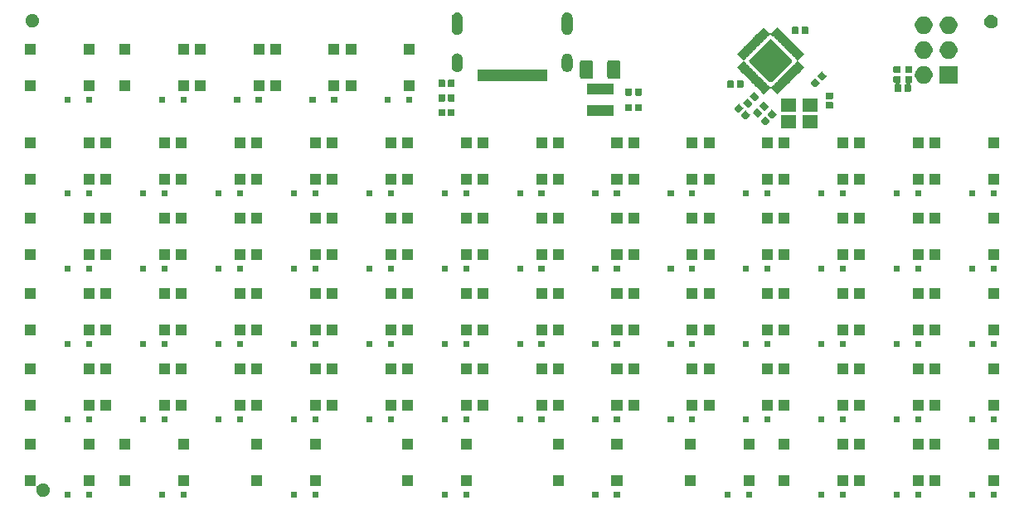
<source format=gbr>
G04 #@! TF.GenerationSoftware,KiCad,Pcbnew,(5.1.6)-1*
G04 #@! TF.CreationDate,2020-05-28T20:04:45-07:00*
G04 #@! TF.ProjectId,crokto,63726f6b-746f-42e6-9b69-6361645f7063,rev?*
G04 #@! TF.SameCoordinates,Original*
G04 #@! TF.FileFunction,Soldermask,Top*
G04 #@! TF.FilePolarity,Negative*
%FSLAX46Y46*%
G04 Gerber Fmt 4.6, Leading zero omitted, Abs format (unit mm)*
G04 Created by KiCad (PCBNEW (5.1.6)-1) date 2020-05-28 20:04:45*
%MOMM*%
%LPD*%
G01*
G04 APERTURE LIST*
%ADD10C,0.100000*%
G04 APERTURE END LIST*
D10*
G36*
X97301000Y-49751000D02*
G01*
X96699000Y-49751000D01*
X96699000Y-49149000D01*
X97301000Y-49149000D01*
X97301000Y-49751000D01*
G37*
G36*
X61001000Y-49751000D02*
G01*
X60399000Y-49751000D01*
X60399000Y-49149000D01*
X61001000Y-49149000D01*
X61001000Y-49751000D01*
G37*
G36*
X89601000Y-49751000D02*
G01*
X88999000Y-49751000D01*
X88999000Y-49149000D01*
X89601000Y-49149000D01*
X89601000Y-49751000D01*
G37*
G36*
X91801000Y-49751000D02*
G01*
X91199000Y-49751000D01*
X91199000Y-49149000D01*
X91801000Y-49149000D01*
X91801000Y-49751000D01*
G37*
G36*
X81901000Y-49751000D02*
G01*
X81299000Y-49751000D01*
X81299000Y-49149000D01*
X81901000Y-49149000D01*
X81901000Y-49751000D01*
G37*
G36*
X84101000Y-49751000D02*
G01*
X83499000Y-49751000D01*
X83499000Y-49149000D01*
X84101000Y-49149000D01*
X84101000Y-49751000D01*
G37*
G36*
X72276000Y-49751000D02*
G01*
X71674000Y-49751000D01*
X71674000Y-49149000D01*
X72276000Y-49149000D01*
X72276000Y-49751000D01*
G37*
G36*
X74476000Y-49751000D02*
G01*
X73874000Y-49751000D01*
X73874000Y-49149000D01*
X74476000Y-49149000D01*
X74476000Y-49751000D01*
G37*
G36*
X58801000Y-49751000D02*
G01*
X58199000Y-49751000D01*
X58199000Y-49149000D01*
X58801000Y-49149000D01*
X58801000Y-49751000D01*
G37*
G36*
X99501000Y-49751000D02*
G01*
X98899000Y-49751000D01*
X98899000Y-49149000D01*
X99501000Y-49149000D01*
X99501000Y-49751000D01*
G37*
G36*
X45601000Y-49751000D02*
G01*
X44999000Y-49751000D01*
X44999000Y-49149000D01*
X45601000Y-49149000D01*
X45601000Y-49751000D01*
G37*
G36*
X28001000Y-49751000D02*
G01*
X27399000Y-49751000D01*
X27399000Y-49149000D01*
X28001000Y-49149000D01*
X28001000Y-49751000D01*
G37*
G36*
X30201000Y-49751000D02*
G01*
X29599000Y-49751000D01*
X29599000Y-49149000D01*
X30201000Y-49149000D01*
X30201000Y-49751000D01*
G37*
G36*
X14526000Y-49751000D02*
G01*
X13924000Y-49751000D01*
X13924000Y-49149000D01*
X14526000Y-49149000D01*
X14526000Y-49751000D01*
G37*
G36*
X16726000Y-49751000D02*
G01*
X16124000Y-49751000D01*
X16124000Y-49149000D01*
X16726000Y-49149000D01*
X16726000Y-49751000D01*
G37*
G36*
X4901000Y-49751000D02*
G01*
X4299000Y-49751000D01*
X4299000Y-49149000D01*
X4901000Y-49149000D01*
X4901000Y-49751000D01*
G37*
G36*
X7101000Y-49751000D02*
G01*
X6499000Y-49751000D01*
X6499000Y-49149000D01*
X7101000Y-49149000D01*
X7101000Y-49751000D01*
G37*
G36*
X43401000Y-49751000D02*
G01*
X42799000Y-49751000D01*
X42799000Y-49149000D01*
X43401000Y-49149000D01*
X43401000Y-49751000D01*
G37*
G36*
X1351000Y-48455861D02*
G01*
X1353402Y-48480247D01*
X1360515Y-48503696D01*
X1372066Y-48525307D01*
X1387611Y-48544249D01*
X1406553Y-48559794D01*
X1428164Y-48571345D01*
X1451613Y-48578458D01*
X1475999Y-48580860D01*
X1500385Y-48578458D01*
X1523834Y-48571345D01*
X1545445Y-48559794D01*
X1564387Y-48544249D01*
X1653141Y-48455495D01*
X1767951Y-48378782D01*
X1895527Y-48325938D01*
X2030956Y-48299000D01*
X2169044Y-48299000D01*
X2304473Y-48325938D01*
X2432049Y-48378782D01*
X2546859Y-48455495D01*
X2644505Y-48553141D01*
X2721218Y-48667951D01*
X2774062Y-48795527D01*
X2801000Y-48930956D01*
X2801000Y-49069044D01*
X2774062Y-49204473D01*
X2721218Y-49332049D01*
X2644505Y-49446859D01*
X2546859Y-49544505D01*
X2432049Y-49621218D01*
X2304473Y-49674062D01*
X2169044Y-49701000D01*
X2030956Y-49701000D01*
X1895527Y-49674062D01*
X1767951Y-49621218D01*
X1653141Y-49544505D01*
X1555495Y-49446859D01*
X1478782Y-49332049D01*
X1425938Y-49204473D01*
X1399000Y-49069044D01*
X1399000Y-48930956D01*
X1425938Y-48795529D01*
X1445279Y-48748835D01*
X1452392Y-48725386D01*
X1454794Y-48701000D01*
X1452392Y-48676613D01*
X1445279Y-48653164D01*
X1433728Y-48631554D01*
X1418183Y-48612612D01*
X1399241Y-48597066D01*
X1377631Y-48585515D01*
X1354182Y-48578402D01*
X1329795Y-48576000D01*
X249000Y-48576000D01*
X249000Y-47474000D01*
X1351000Y-47474000D01*
X1351000Y-48455861D01*
G37*
G36*
X99751000Y-48576000D02*
G01*
X98649000Y-48576000D01*
X98649000Y-47474000D01*
X99751000Y-47474000D01*
X99751000Y-48576000D01*
G37*
G36*
X10976000Y-48576000D02*
G01*
X9874000Y-48576000D01*
X9874000Y-47474000D01*
X10976000Y-47474000D01*
X10976000Y-48576000D01*
G37*
G36*
X7351000Y-48576000D02*
G01*
X6249000Y-48576000D01*
X6249000Y-47474000D01*
X7351000Y-47474000D01*
X7351000Y-48576000D01*
G37*
G36*
X93751000Y-48576000D02*
G01*
X92649000Y-48576000D01*
X92649000Y-47474000D01*
X93751000Y-47474000D01*
X93751000Y-48576000D01*
G37*
G36*
X92051000Y-48576000D02*
G01*
X90949000Y-48576000D01*
X90949000Y-47474000D01*
X92051000Y-47474000D01*
X92051000Y-48576000D01*
G37*
G36*
X24451000Y-48576000D02*
G01*
X23349000Y-48576000D01*
X23349000Y-47474000D01*
X24451000Y-47474000D01*
X24451000Y-48576000D01*
G37*
G36*
X84351000Y-48576000D02*
G01*
X83249000Y-48576000D01*
X83249000Y-47474000D01*
X84351000Y-47474000D01*
X84351000Y-48576000D01*
G37*
G36*
X78351000Y-48576000D02*
G01*
X77249000Y-48576000D01*
X77249000Y-47474000D01*
X78351000Y-47474000D01*
X78351000Y-48576000D01*
G37*
G36*
X68726000Y-48576000D02*
G01*
X67624000Y-48576000D01*
X67624000Y-47474000D01*
X68726000Y-47474000D01*
X68726000Y-48576000D01*
G37*
G36*
X61251000Y-48576000D02*
G01*
X60149000Y-48576000D01*
X60149000Y-47474000D01*
X61251000Y-47474000D01*
X61251000Y-48576000D01*
G37*
G36*
X55251000Y-48576000D02*
G01*
X54149000Y-48576000D01*
X54149000Y-47474000D01*
X55251000Y-47474000D01*
X55251000Y-48576000D01*
G37*
G36*
X45851000Y-48576000D02*
G01*
X44749000Y-48576000D01*
X44749000Y-47474000D01*
X45851000Y-47474000D01*
X45851000Y-48576000D01*
G37*
G36*
X39851000Y-48576000D02*
G01*
X38749000Y-48576000D01*
X38749000Y-47474000D01*
X39851000Y-47474000D01*
X39851000Y-48576000D01*
G37*
G36*
X86051000Y-48576000D02*
G01*
X84949000Y-48576000D01*
X84949000Y-47474000D01*
X86051000Y-47474000D01*
X86051000Y-48576000D01*
G37*
G36*
X30451000Y-48576000D02*
G01*
X29349000Y-48576000D01*
X29349000Y-47474000D01*
X30451000Y-47474000D01*
X30451000Y-48576000D01*
G37*
G36*
X16976000Y-48576000D02*
G01*
X15874000Y-48576000D01*
X15874000Y-47474000D01*
X16976000Y-47474000D01*
X16976000Y-48576000D01*
G37*
G36*
X74726000Y-48576000D02*
G01*
X73624000Y-48576000D01*
X73624000Y-47474000D01*
X74726000Y-47474000D01*
X74726000Y-48576000D01*
G37*
G36*
X16976000Y-44826000D02*
G01*
X15874000Y-44826000D01*
X15874000Y-43724000D01*
X16976000Y-43724000D01*
X16976000Y-44826000D01*
G37*
G36*
X30451000Y-44826000D02*
G01*
X29349000Y-44826000D01*
X29349000Y-43724000D01*
X30451000Y-43724000D01*
X30451000Y-44826000D01*
G37*
G36*
X10976000Y-44826000D02*
G01*
X9874000Y-44826000D01*
X9874000Y-43724000D01*
X10976000Y-43724000D01*
X10976000Y-44826000D01*
G37*
G36*
X24451000Y-44826000D02*
G01*
X23349000Y-44826000D01*
X23349000Y-43724000D01*
X24451000Y-43724000D01*
X24451000Y-44826000D01*
G37*
G36*
X45851000Y-44826000D02*
G01*
X44749000Y-44826000D01*
X44749000Y-43724000D01*
X45851000Y-43724000D01*
X45851000Y-44826000D01*
G37*
G36*
X39851000Y-44826000D02*
G01*
X38749000Y-44826000D01*
X38749000Y-43724000D01*
X39851000Y-43724000D01*
X39851000Y-44826000D01*
G37*
G36*
X61251000Y-44826000D02*
G01*
X60149000Y-44826000D01*
X60149000Y-43724000D01*
X61251000Y-43724000D01*
X61251000Y-44826000D01*
G37*
G36*
X55251000Y-44826000D02*
G01*
X54149000Y-44826000D01*
X54149000Y-43724000D01*
X55251000Y-43724000D01*
X55251000Y-44826000D01*
G37*
G36*
X74726000Y-44826000D02*
G01*
X73624000Y-44826000D01*
X73624000Y-43724000D01*
X74726000Y-43724000D01*
X74726000Y-44826000D01*
G37*
G36*
X93751000Y-44826000D02*
G01*
X92649000Y-44826000D01*
X92649000Y-43724000D01*
X93751000Y-43724000D01*
X93751000Y-44826000D01*
G37*
G36*
X68726000Y-44826000D02*
G01*
X67624000Y-44826000D01*
X67624000Y-43724000D01*
X68726000Y-43724000D01*
X68726000Y-44826000D01*
G37*
G36*
X92051000Y-44826000D02*
G01*
X90949000Y-44826000D01*
X90949000Y-43724000D01*
X92051000Y-43724000D01*
X92051000Y-44826000D01*
G37*
G36*
X86051000Y-44826000D02*
G01*
X84949000Y-44826000D01*
X84949000Y-43724000D01*
X86051000Y-43724000D01*
X86051000Y-44826000D01*
G37*
G36*
X1351000Y-44826000D02*
G01*
X249000Y-44826000D01*
X249000Y-43724000D01*
X1351000Y-43724000D01*
X1351000Y-44826000D01*
G37*
G36*
X7351000Y-44826000D02*
G01*
X6249000Y-44826000D01*
X6249000Y-43724000D01*
X7351000Y-43724000D01*
X7351000Y-44826000D01*
G37*
G36*
X84351000Y-44826000D02*
G01*
X83249000Y-44826000D01*
X83249000Y-43724000D01*
X84351000Y-43724000D01*
X84351000Y-44826000D01*
G37*
G36*
X78351000Y-44826000D02*
G01*
X77249000Y-44826000D01*
X77249000Y-43724000D01*
X78351000Y-43724000D01*
X78351000Y-44826000D01*
G37*
G36*
X99751000Y-44826000D02*
G01*
X98649000Y-44826000D01*
X98649000Y-43724000D01*
X99751000Y-43724000D01*
X99751000Y-44826000D01*
G37*
G36*
X12601000Y-42051000D02*
G01*
X11999000Y-42051000D01*
X11999000Y-41449000D01*
X12601000Y-41449000D01*
X12601000Y-42051000D01*
G37*
G36*
X14801000Y-42051000D02*
G01*
X14199000Y-42051000D01*
X14199000Y-41449000D01*
X14801000Y-41449000D01*
X14801000Y-42051000D01*
G37*
G36*
X4901000Y-42051000D02*
G01*
X4299000Y-42051000D01*
X4299000Y-41449000D01*
X4901000Y-41449000D01*
X4901000Y-42051000D01*
G37*
G36*
X7101000Y-42051000D02*
G01*
X6499000Y-42051000D01*
X6499000Y-41449000D01*
X7101000Y-41449000D01*
X7101000Y-42051000D01*
G37*
G36*
X74201000Y-42051000D02*
G01*
X73599000Y-42051000D01*
X73599000Y-41449000D01*
X74201000Y-41449000D01*
X74201000Y-42051000D01*
G37*
G36*
X99501000Y-42051000D02*
G01*
X98899000Y-42051000D01*
X98899000Y-41449000D01*
X99501000Y-41449000D01*
X99501000Y-42051000D01*
G37*
G36*
X97301000Y-42051000D02*
G01*
X96699000Y-42051000D01*
X96699000Y-41449000D01*
X97301000Y-41449000D01*
X97301000Y-42051000D01*
G37*
G36*
X91801000Y-42051000D02*
G01*
X91199000Y-42051000D01*
X91199000Y-41449000D01*
X91801000Y-41449000D01*
X91801000Y-42051000D01*
G37*
G36*
X89601000Y-42051000D02*
G01*
X88999000Y-42051000D01*
X88999000Y-41449000D01*
X89601000Y-41449000D01*
X89601000Y-42051000D01*
G37*
G36*
X84101000Y-42051000D02*
G01*
X83499000Y-42051000D01*
X83499000Y-41449000D01*
X84101000Y-41449000D01*
X84101000Y-42051000D01*
G37*
G36*
X81901000Y-42051000D02*
G01*
X81299000Y-42051000D01*
X81299000Y-41449000D01*
X81901000Y-41449000D01*
X81901000Y-42051000D01*
G37*
G36*
X76401000Y-42051000D02*
G01*
X75799000Y-42051000D01*
X75799000Y-41449000D01*
X76401000Y-41449000D01*
X76401000Y-42051000D01*
G37*
G36*
X43401000Y-42051000D02*
G01*
X42799000Y-42051000D01*
X42799000Y-41449000D01*
X43401000Y-41449000D01*
X43401000Y-42051000D01*
G37*
G36*
X66501000Y-42051000D02*
G01*
X65899000Y-42051000D01*
X65899000Y-41449000D01*
X66501000Y-41449000D01*
X66501000Y-42051000D01*
G37*
G36*
X22501000Y-42051000D02*
G01*
X21899000Y-42051000D01*
X21899000Y-41449000D01*
X22501000Y-41449000D01*
X22501000Y-42051000D01*
G37*
G36*
X30201000Y-42051000D02*
G01*
X29599000Y-42051000D01*
X29599000Y-41449000D01*
X30201000Y-41449000D01*
X30201000Y-42051000D01*
G37*
G36*
X28001000Y-42051000D02*
G01*
X27399000Y-42051000D01*
X27399000Y-41449000D01*
X28001000Y-41449000D01*
X28001000Y-42051000D01*
G37*
G36*
X35701000Y-42051000D02*
G01*
X35099000Y-42051000D01*
X35099000Y-41449000D01*
X35701000Y-41449000D01*
X35701000Y-42051000D01*
G37*
G36*
X45601000Y-42051000D02*
G01*
X44999000Y-42051000D01*
X44999000Y-41449000D01*
X45601000Y-41449000D01*
X45601000Y-42051000D01*
G37*
G36*
X20301000Y-42051000D02*
G01*
X19699000Y-42051000D01*
X19699000Y-41449000D01*
X20301000Y-41449000D01*
X20301000Y-42051000D01*
G37*
G36*
X51101000Y-42051000D02*
G01*
X50499000Y-42051000D01*
X50499000Y-41449000D01*
X51101000Y-41449000D01*
X51101000Y-42051000D01*
G37*
G36*
X61001000Y-42051000D02*
G01*
X60399000Y-42051000D01*
X60399000Y-41449000D01*
X61001000Y-41449000D01*
X61001000Y-42051000D01*
G37*
G36*
X58801000Y-42051000D02*
G01*
X58199000Y-42051000D01*
X58199000Y-41449000D01*
X58801000Y-41449000D01*
X58801000Y-42051000D01*
G37*
G36*
X68701000Y-42051000D02*
G01*
X68099000Y-42051000D01*
X68099000Y-41449000D01*
X68701000Y-41449000D01*
X68701000Y-42051000D01*
G37*
G36*
X37901000Y-42051000D02*
G01*
X37299000Y-42051000D01*
X37299000Y-41449000D01*
X37901000Y-41449000D01*
X37901000Y-42051000D01*
G37*
G36*
X53301000Y-42051000D02*
G01*
X52699000Y-42051000D01*
X52699000Y-41449000D01*
X53301000Y-41449000D01*
X53301000Y-42051000D01*
G37*
G36*
X16751000Y-40876000D02*
G01*
X15649000Y-40876000D01*
X15649000Y-39774000D01*
X16751000Y-39774000D01*
X16751000Y-40876000D01*
G37*
G36*
X15051000Y-40876000D02*
G01*
X13949000Y-40876000D01*
X13949000Y-39774000D01*
X15051000Y-39774000D01*
X15051000Y-40876000D01*
G37*
G36*
X9051000Y-40876000D02*
G01*
X7949000Y-40876000D01*
X7949000Y-39774000D01*
X9051000Y-39774000D01*
X9051000Y-40876000D01*
G37*
G36*
X7351000Y-40876000D02*
G01*
X6249000Y-40876000D01*
X6249000Y-39774000D01*
X7351000Y-39774000D01*
X7351000Y-40876000D01*
G37*
G36*
X1351000Y-40876000D02*
G01*
X249000Y-40876000D01*
X249000Y-39774000D01*
X1351000Y-39774000D01*
X1351000Y-40876000D01*
G37*
G36*
X99751000Y-40876000D02*
G01*
X98649000Y-40876000D01*
X98649000Y-39774000D01*
X99751000Y-39774000D01*
X99751000Y-40876000D01*
G37*
G36*
X93751000Y-40876000D02*
G01*
X92649000Y-40876000D01*
X92649000Y-39774000D01*
X93751000Y-39774000D01*
X93751000Y-40876000D01*
G37*
G36*
X92051000Y-40876000D02*
G01*
X90949000Y-40876000D01*
X90949000Y-39774000D01*
X92051000Y-39774000D01*
X92051000Y-40876000D01*
G37*
G36*
X86051000Y-40876000D02*
G01*
X84949000Y-40876000D01*
X84949000Y-39774000D01*
X86051000Y-39774000D01*
X86051000Y-40876000D01*
G37*
G36*
X84351000Y-40876000D02*
G01*
X83249000Y-40876000D01*
X83249000Y-39774000D01*
X84351000Y-39774000D01*
X84351000Y-40876000D01*
G37*
G36*
X78351000Y-40876000D02*
G01*
X77249000Y-40876000D01*
X77249000Y-39774000D01*
X78351000Y-39774000D01*
X78351000Y-40876000D01*
G37*
G36*
X76651000Y-40876000D02*
G01*
X75549000Y-40876000D01*
X75549000Y-39774000D01*
X76651000Y-39774000D01*
X76651000Y-40876000D01*
G37*
G36*
X70651000Y-40876000D02*
G01*
X69549000Y-40876000D01*
X69549000Y-39774000D01*
X70651000Y-39774000D01*
X70651000Y-40876000D01*
G37*
G36*
X24451000Y-40876000D02*
G01*
X23349000Y-40876000D01*
X23349000Y-39774000D01*
X24451000Y-39774000D01*
X24451000Y-40876000D01*
G37*
G36*
X22751000Y-40876000D02*
G01*
X21649000Y-40876000D01*
X21649000Y-39774000D01*
X22751000Y-39774000D01*
X22751000Y-40876000D01*
G37*
G36*
X68951000Y-40876000D02*
G01*
X67849000Y-40876000D01*
X67849000Y-39774000D01*
X68951000Y-39774000D01*
X68951000Y-40876000D01*
G37*
G36*
X62951000Y-40876000D02*
G01*
X61849000Y-40876000D01*
X61849000Y-39774000D01*
X62951000Y-39774000D01*
X62951000Y-40876000D01*
G37*
G36*
X61251000Y-40876000D02*
G01*
X60149000Y-40876000D01*
X60149000Y-39774000D01*
X61251000Y-39774000D01*
X61251000Y-40876000D01*
G37*
G36*
X55251000Y-40876000D02*
G01*
X54149000Y-40876000D01*
X54149000Y-39774000D01*
X55251000Y-39774000D01*
X55251000Y-40876000D01*
G37*
G36*
X53551000Y-40876000D02*
G01*
X52449000Y-40876000D01*
X52449000Y-39774000D01*
X53551000Y-39774000D01*
X53551000Y-40876000D01*
G37*
G36*
X47551000Y-40876000D02*
G01*
X46449000Y-40876000D01*
X46449000Y-39774000D01*
X47551000Y-39774000D01*
X47551000Y-40876000D01*
G37*
G36*
X45851000Y-40876000D02*
G01*
X44749000Y-40876000D01*
X44749000Y-39774000D01*
X45851000Y-39774000D01*
X45851000Y-40876000D01*
G37*
G36*
X39851000Y-40876000D02*
G01*
X38749000Y-40876000D01*
X38749000Y-39774000D01*
X39851000Y-39774000D01*
X39851000Y-40876000D01*
G37*
G36*
X38151000Y-40876000D02*
G01*
X37049000Y-40876000D01*
X37049000Y-39774000D01*
X38151000Y-39774000D01*
X38151000Y-40876000D01*
G37*
G36*
X32151000Y-40876000D02*
G01*
X31049000Y-40876000D01*
X31049000Y-39774000D01*
X32151000Y-39774000D01*
X32151000Y-40876000D01*
G37*
G36*
X30451000Y-40876000D02*
G01*
X29349000Y-40876000D01*
X29349000Y-39774000D01*
X30451000Y-39774000D01*
X30451000Y-40876000D01*
G37*
G36*
X7351000Y-37126000D02*
G01*
X6249000Y-37126000D01*
X6249000Y-36024000D01*
X7351000Y-36024000D01*
X7351000Y-37126000D01*
G37*
G36*
X53551000Y-37126000D02*
G01*
X52449000Y-37126000D01*
X52449000Y-36024000D01*
X53551000Y-36024000D01*
X53551000Y-37126000D01*
G37*
G36*
X47551000Y-37126000D02*
G01*
X46449000Y-37126000D01*
X46449000Y-36024000D01*
X47551000Y-36024000D01*
X47551000Y-37126000D01*
G37*
G36*
X9051000Y-37126000D02*
G01*
X7949000Y-37126000D01*
X7949000Y-36024000D01*
X9051000Y-36024000D01*
X9051000Y-37126000D01*
G37*
G36*
X15051000Y-37126000D02*
G01*
X13949000Y-37126000D01*
X13949000Y-36024000D01*
X15051000Y-36024000D01*
X15051000Y-37126000D01*
G37*
G36*
X45851000Y-37126000D02*
G01*
X44749000Y-37126000D01*
X44749000Y-36024000D01*
X45851000Y-36024000D01*
X45851000Y-37126000D01*
G37*
G36*
X39851000Y-37126000D02*
G01*
X38749000Y-37126000D01*
X38749000Y-36024000D01*
X39851000Y-36024000D01*
X39851000Y-37126000D01*
G37*
G36*
X16751000Y-37126000D02*
G01*
X15649000Y-37126000D01*
X15649000Y-36024000D01*
X16751000Y-36024000D01*
X16751000Y-37126000D01*
G37*
G36*
X22751000Y-37126000D02*
G01*
X21649000Y-37126000D01*
X21649000Y-36024000D01*
X22751000Y-36024000D01*
X22751000Y-37126000D01*
G37*
G36*
X38151000Y-37126000D02*
G01*
X37049000Y-37126000D01*
X37049000Y-36024000D01*
X38151000Y-36024000D01*
X38151000Y-37126000D01*
G37*
G36*
X32151000Y-37126000D02*
G01*
X31049000Y-37126000D01*
X31049000Y-36024000D01*
X32151000Y-36024000D01*
X32151000Y-37126000D01*
G37*
G36*
X24451000Y-37126000D02*
G01*
X23349000Y-37126000D01*
X23349000Y-36024000D01*
X24451000Y-36024000D01*
X24451000Y-37126000D01*
G37*
G36*
X76651000Y-37126000D02*
G01*
X75549000Y-37126000D01*
X75549000Y-36024000D01*
X76651000Y-36024000D01*
X76651000Y-37126000D01*
G37*
G36*
X99751000Y-37126000D02*
G01*
X98649000Y-37126000D01*
X98649000Y-36024000D01*
X99751000Y-36024000D01*
X99751000Y-37126000D01*
G37*
G36*
X1351000Y-37126000D02*
G01*
X249000Y-37126000D01*
X249000Y-36024000D01*
X1351000Y-36024000D01*
X1351000Y-37126000D01*
G37*
G36*
X61251000Y-37126000D02*
G01*
X60149000Y-37126000D01*
X60149000Y-36024000D01*
X61251000Y-36024000D01*
X61251000Y-37126000D01*
G37*
G36*
X62951000Y-37126000D02*
G01*
X61849000Y-37126000D01*
X61849000Y-36024000D01*
X62951000Y-36024000D01*
X62951000Y-37126000D01*
G37*
G36*
X68951000Y-37126000D02*
G01*
X67849000Y-37126000D01*
X67849000Y-36024000D01*
X68951000Y-36024000D01*
X68951000Y-37126000D01*
G37*
G36*
X70651000Y-37126000D02*
G01*
X69549000Y-37126000D01*
X69549000Y-36024000D01*
X70651000Y-36024000D01*
X70651000Y-37126000D01*
G37*
G36*
X55251000Y-37126000D02*
G01*
X54149000Y-37126000D01*
X54149000Y-36024000D01*
X55251000Y-36024000D01*
X55251000Y-37126000D01*
G37*
G36*
X84351000Y-37126000D02*
G01*
X83249000Y-37126000D01*
X83249000Y-36024000D01*
X84351000Y-36024000D01*
X84351000Y-37126000D01*
G37*
G36*
X86051000Y-37126000D02*
G01*
X84949000Y-37126000D01*
X84949000Y-36024000D01*
X86051000Y-36024000D01*
X86051000Y-37126000D01*
G37*
G36*
X92051000Y-37126000D02*
G01*
X90949000Y-37126000D01*
X90949000Y-36024000D01*
X92051000Y-36024000D01*
X92051000Y-37126000D01*
G37*
G36*
X93751000Y-37126000D02*
G01*
X92649000Y-37126000D01*
X92649000Y-36024000D01*
X93751000Y-36024000D01*
X93751000Y-37126000D01*
G37*
G36*
X30451000Y-37126000D02*
G01*
X29349000Y-37126000D01*
X29349000Y-36024000D01*
X30451000Y-36024000D01*
X30451000Y-37126000D01*
G37*
G36*
X78351000Y-37126000D02*
G01*
X77249000Y-37126000D01*
X77249000Y-36024000D01*
X78351000Y-36024000D01*
X78351000Y-37126000D01*
G37*
G36*
X61001000Y-34351000D02*
G01*
X60399000Y-34351000D01*
X60399000Y-33749000D01*
X61001000Y-33749000D01*
X61001000Y-34351000D01*
G37*
G36*
X51101000Y-34351000D02*
G01*
X50499000Y-34351000D01*
X50499000Y-33749000D01*
X51101000Y-33749000D01*
X51101000Y-34351000D01*
G37*
G36*
X58801000Y-34351000D02*
G01*
X58199000Y-34351000D01*
X58199000Y-33749000D01*
X58801000Y-33749000D01*
X58801000Y-34351000D01*
G37*
G36*
X53301000Y-34351000D02*
G01*
X52699000Y-34351000D01*
X52699000Y-33749000D01*
X53301000Y-33749000D01*
X53301000Y-34351000D01*
G37*
G36*
X45601000Y-34351000D02*
G01*
X44999000Y-34351000D01*
X44999000Y-33749000D01*
X45601000Y-33749000D01*
X45601000Y-34351000D01*
G37*
G36*
X43401000Y-34351000D02*
G01*
X42799000Y-34351000D01*
X42799000Y-33749000D01*
X43401000Y-33749000D01*
X43401000Y-34351000D01*
G37*
G36*
X91801000Y-34351000D02*
G01*
X91199000Y-34351000D01*
X91199000Y-33749000D01*
X91801000Y-33749000D01*
X91801000Y-34351000D01*
G37*
G36*
X68701000Y-34351000D02*
G01*
X68099000Y-34351000D01*
X68099000Y-33749000D01*
X68701000Y-33749000D01*
X68701000Y-34351000D01*
G37*
G36*
X97301000Y-34351000D02*
G01*
X96699000Y-34351000D01*
X96699000Y-33749000D01*
X97301000Y-33749000D01*
X97301000Y-34351000D01*
G37*
G36*
X35701000Y-34351000D02*
G01*
X35099000Y-34351000D01*
X35099000Y-33749000D01*
X35701000Y-33749000D01*
X35701000Y-34351000D01*
G37*
G36*
X81901000Y-34351000D02*
G01*
X81299000Y-34351000D01*
X81299000Y-33749000D01*
X81901000Y-33749000D01*
X81901000Y-34351000D01*
G37*
G36*
X76401000Y-34351000D02*
G01*
X75799000Y-34351000D01*
X75799000Y-33749000D01*
X76401000Y-33749000D01*
X76401000Y-34351000D01*
G37*
G36*
X84101000Y-34351000D02*
G01*
X83499000Y-34351000D01*
X83499000Y-33749000D01*
X84101000Y-33749000D01*
X84101000Y-34351000D01*
G37*
G36*
X74201000Y-34351000D02*
G01*
X73599000Y-34351000D01*
X73599000Y-33749000D01*
X74201000Y-33749000D01*
X74201000Y-34351000D01*
G37*
G36*
X66501000Y-34351000D02*
G01*
X65899000Y-34351000D01*
X65899000Y-33749000D01*
X66501000Y-33749000D01*
X66501000Y-34351000D01*
G37*
G36*
X37901000Y-34351000D02*
G01*
X37299000Y-34351000D01*
X37299000Y-33749000D01*
X37901000Y-33749000D01*
X37901000Y-34351000D01*
G37*
G36*
X28001000Y-34351000D02*
G01*
X27399000Y-34351000D01*
X27399000Y-33749000D01*
X28001000Y-33749000D01*
X28001000Y-34351000D01*
G37*
G36*
X30201000Y-34351000D02*
G01*
X29599000Y-34351000D01*
X29599000Y-33749000D01*
X30201000Y-33749000D01*
X30201000Y-34351000D01*
G37*
G36*
X20301000Y-34351000D02*
G01*
X19699000Y-34351000D01*
X19699000Y-33749000D01*
X20301000Y-33749000D01*
X20301000Y-34351000D01*
G37*
G36*
X22501000Y-34351000D02*
G01*
X21899000Y-34351000D01*
X21899000Y-33749000D01*
X22501000Y-33749000D01*
X22501000Y-34351000D01*
G37*
G36*
X12601000Y-34351000D02*
G01*
X11999000Y-34351000D01*
X11999000Y-33749000D01*
X12601000Y-33749000D01*
X12601000Y-34351000D01*
G37*
G36*
X14801000Y-34351000D02*
G01*
X14199000Y-34351000D01*
X14199000Y-33749000D01*
X14801000Y-33749000D01*
X14801000Y-34351000D01*
G37*
G36*
X4901000Y-34351000D02*
G01*
X4299000Y-34351000D01*
X4299000Y-33749000D01*
X4901000Y-33749000D01*
X4901000Y-34351000D01*
G37*
G36*
X7101000Y-34351000D02*
G01*
X6499000Y-34351000D01*
X6499000Y-33749000D01*
X7101000Y-33749000D01*
X7101000Y-34351000D01*
G37*
G36*
X99501000Y-34351000D02*
G01*
X98899000Y-34351000D01*
X98899000Y-33749000D01*
X99501000Y-33749000D01*
X99501000Y-34351000D01*
G37*
G36*
X89601000Y-34351000D02*
G01*
X88999000Y-34351000D01*
X88999000Y-33749000D01*
X89601000Y-33749000D01*
X89601000Y-34351000D01*
G37*
G36*
X30451000Y-33176000D02*
G01*
X29349000Y-33176000D01*
X29349000Y-32074000D01*
X30451000Y-32074000D01*
X30451000Y-33176000D01*
G37*
G36*
X32151000Y-33176000D02*
G01*
X31049000Y-33176000D01*
X31049000Y-32074000D01*
X32151000Y-32074000D01*
X32151000Y-33176000D01*
G37*
G36*
X38151000Y-33176000D02*
G01*
X37049000Y-33176000D01*
X37049000Y-32074000D01*
X38151000Y-32074000D01*
X38151000Y-33176000D01*
G37*
G36*
X84351000Y-33176000D02*
G01*
X83249000Y-33176000D01*
X83249000Y-32074000D01*
X84351000Y-32074000D01*
X84351000Y-33176000D01*
G37*
G36*
X45851000Y-33176000D02*
G01*
X44749000Y-33176000D01*
X44749000Y-32074000D01*
X45851000Y-32074000D01*
X45851000Y-33176000D01*
G37*
G36*
X53551000Y-33176000D02*
G01*
X52449000Y-33176000D01*
X52449000Y-32074000D01*
X53551000Y-32074000D01*
X53551000Y-33176000D01*
G37*
G36*
X55251000Y-33176000D02*
G01*
X54149000Y-33176000D01*
X54149000Y-32074000D01*
X55251000Y-32074000D01*
X55251000Y-33176000D01*
G37*
G36*
X61251000Y-33176000D02*
G01*
X60149000Y-33176000D01*
X60149000Y-32074000D01*
X61251000Y-32074000D01*
X61251000Y-33176000D01*
G37*
G36*
X62951000Y-33176000D02*
G01*
X61849000Y-33176000D01*
X61849000Y-32074000D01*
X62951000Y-32074000D01*
X62951000Y-33176000D01*
G37*
G36*
X68951000Y-33176000D02*
G01*
X67849000Y-33176000D01*
X67849000Y-32074000D01*
X68951000Y-32074000D01*
X68951000Y-33176000D01*
G37*
G36*
X70651000Y-33176000D02*
G01*
X69549000Y-33176000D01*
X69549000Y-32074000D01*
X70651000Y-32074000D01*
X70651000Y-33176000D01*
G37*
G36*
X76651000Y-33176000D02*
G01*
X75549000Y-33176000D01*
X75549000Y-32074000D01*
X76651000Y-32074000D01*
X76651000Y-33176000D01*
G37*
G36*
X78351000Y-33176000D02*
G01*
X77249000Y-33176000D01*
X77249000Y-32074000D01*
X78351000Y-32074000D01*
X78351000Y-33176000D01*
G37*
G36*
X22751000Y-33176000D02*
G01*
X21649000Y-33176000D01*
X21649000Y-32074000D01*
X22751000Y-32074000D01*
X22751000Y-33176000D01*
G37*
G36*
X24451000Y-33176000D02*
G01*
X23349000Y-33176000D01*
X23349000Y-32074000D01*
X24451000Y-32074000D01*
X24451000Y-33176000D01*
G37*
G36*
X99751000Y-33176000D02*
G01*
X98649000Y-33176000D01*
X98649000Y-32074000D01*
X99751000Y-32074000D01*
X99751000Y-33176000D01*
G37*
G36*
X93751000Y-33176000D02*
G01*
X92649000Y-33176000D01*
X92649000Y-32074000D01*
X93751000Y-32074000D01*
X93751000Y-33176000D01*
G37*
G36*
X92051000Y-33176000D02*
G01*
X90949000Y-33176000D01*
X90949000Y-32074000D01*
X92051000Y-32074000D01*
X92051000Y-33176000D01*
G37*
G36*
X86051000Y-33176000D02*
G01*
X84949000Y-33176000D01*
X84949000Y-32074000D01*
X86051000Y-32074000D01*
X86051000Y-33176000D01*
G37*
G36*
X47551000Y-33176000D02*
G01*
X46449000Y-33176000D01*
X46449000Y-32074000D01*
X47551000Y-32074000D01*
X47551000Y-33176000D01*
G37*
G36*
X1351000Y-33176000D02*
G01*
X249000Y-33176000D01*
X249000Y-32074000D01*
X1351000Y-32074000D01*
X1351000Y-33176000D01*
G37*
G36*
X7351000Y-33176000D02*
G01*
X6249000Y-33176000D01*
X6249000Y-32074000D01*
X7351000Y-32074000D01*
X7351000Y-33176000D01*
G37*
G36*
X9051000Y-33176000D02*
G01*
X7949000Y-33176000D01*
X7949000Y-32074000D01*
X9051000Y-32074000D01*
X9051000Y-33176000D01*
G37*
G36*
X15051000Y-33176000D02*
G01*
X13949000Y-33176000D01*
X13949000Y-32074000D01*
X15051000Y-32074000D01*
X15051000Y-33176000D01*
G37*
G36*
X16751000Y-33176000D02*
G01*
X15649000Y-33176000D01*
X15649000Y-32074000D01*
X16751000Y-32074000D01*
X16751000Y-33176000D01*
G37*
G36*
X39851000Y-33176000D02*
G01*
X38749000Y-33176000D01*
X38749000Y-32074000D01*
X39851000Y-32074000D01*
X39851000Y-33176000D01*
G37*
G36*
X24451000Y-29426000D02*
G01*
X23349000Y-29426000D01*
X23349000Y-28324000D01*
X24451000Y-28324000D01*
X24451000Y-29426000D01*
G37*
G36*
X99751000Y-29426000D02*
G01*
X98649000Y-29426000D01*
X98649000Y-28324000D01*
X99751000Y-28324000D01*
X99751000Y-29426000D01*
G37*
G36*
X76651000Y-29426000D02*
G01*
X75549000Y-29426000D01*
X75549000Y-28324000D01*
X76651000Y-28324000D01*
X76651000Y-29426000D01*
G37*
G36*
X68951000Y-29426000D02*
G01*
X67849000Y-29426000D01*
X67849000Y-28324000D01*
X68951000Y-28324000D01*
X68951000Y-29426000D01*
G37*
G36*
X78351000Y-29426000D02*
G01*
X77249000Y-29426000D01*
X77249000Y-28324000D01*
X78351000Y-28324000D01*
X78351000Y-29426000D01*
G37*
G36*
X84351000Y-29426000D02*
G01*
X83249000Y-29426000D01*
X83249000Y-28324000D01*
X84351000Y-28324000D01*
X84351000Y-29426000D01*
G37*
G36*
X61251000Y-29426000D02*
G01*
X60149000Y-29426000D01*
X60149000Y-28324000D01*
X61251000Y-28324000D01*
X61251000Y-29426000D01*
G37*
G36*
X55251000Y-29426000D02*
G01*
X54149000Y-29426000D01*
X54149000Y-28324000D01*
X55251000Y-28324000D01*
X55251000Y-29426000D01*
G37*
G36*
X86051000Y-29426000D02*
G01*
X84949000Y-29426000D01*
X84949000Y-28324000D01*
X86051000Y-28324000D01*
X86051000Y-29426000D01*
G37*
G36*
X92051000Y-29426000D02*
G01*
X90949000Y-29426000D01*
X90949000Y-28324000D01*
X92051000Y-28324000D01*
X92051000Y-29426000D01*
G37*
G36*
X53551000Y-29426000D02*
G01*
X52449000Y-29426000D01*
X52449000Y-28324000D01*
X53551000Y-28324000D01*
X53551000Y-29426000D01*
G37*
G36*
X93751000Y-29426000D02*
G01*
X92649000Y-29426000D01*
X92649000Y-28324000D01*
X93751000Y-28324000D01*
X93751000Y-29426000D01*
G37*
G36*
X70651000Y-29426000D02*
G01*
X69549000Y-29426000D01*
X69549000Y-28324000D01*
X70651000Y-28324000D01*
X70651000Y-29426000D01*
G37*
G36*
X32151000Y-29426000D02*
G01*
X31049000Y-29426000D01*
X31049000Y-28324000D01*
X32151000Y-28324000D01*
X32151000Y-29426000D01*
G37*
G36*
X62951000Y-29426000D02*
G01*
X61849000Y-29426000D01*
X61849000Y-28324000D01*
X62951000Y-28324000D01*
X62951000Y-29426000D01*
G37*
G36*
X45851000Y-29426000D02*
G01*
X44749000Y-29426000D01*
X44749000Y-28324000D01*
X45851000Y-28324000D01*
X45851000Y-29426000D01*
G37*
G36*
X30451000Y-29426000D02*
G01*
X29349000Y-29426000D01*
X29349000Y-28324000D01*
X30451000Y-28324000D01*
X30451000Y-29426000D01*
G37*
G36*
X47551000Y-29426000D02*
G01*
X46449000Y-29426000D01*
X46449000Y-28324000D01*
X47551000Y-28324000D01*
X47551000Y-29426000D01*
G37*
G36*
X1351000Y-29426000D02*
G01*
X249000Y-29426000D01*
X249000Y-28324000D01*
X1351000Y-28324000D01*
X1351000Y-29426000D01*
G37*
G36*
X7351000Y-29426000D02*
G01*
X6249000Y-29426000D01*
X6249000Y-28324000D01*
X7351000Y-28324000D01*
X7351000Y-29426000D01*
G37*
G36*
X39851000Y-29426000D02*
G01*
X38749000Y-29426000D01*
X38749000Y-28324000D01*
X39851000Y-28324000D01*
X39851000Y-29426000D01*
G37*
G36*
X9051000Y-29426000D02*
G01*
X7949000Y-29426000D01*
X7949000Y-28324000D01*
X9051000Y-28324000D01*
X9051000Y-29426000D01*
G37*
G36*
X15051000Y-29426000D02*
G01*
X13949000Y-29426000D01*
X13949000Y-28324000D01*
X15051000Y-28324000D01*
X15051000Y-29426000D01*
G37*
G36*
X16751000Y-29426000D02*
G01*
X15649000Y-29426000D01*
X15649000Y-28324000D01*
X16751000Y-28324000D01*
X16751000Y-29426000D01*
G37*
G36*
X22751000Y-29426000D02*
G01*
X21649000Y-29426000D01*
X21649000Y-28324000D01*
X22751000Y-28324000D01*
X22751000Y-29426000D01*
G37*
G36*
X38151000Y-29426000D02*
G01*
X37049000Y-29426000D01*
X37049000Y-28324000D01*
X38151000Y-28324000D01*
X38151000Y-29426000D01*
G37*
G36*
X53301000Y-26651000D02*
G01*
X52699000Y-26651000D01*
X52699000Y-26049000D01*
X53301000Y-26049000D01*
X53301000Y-26651000D01*
G37*
G36*
X43401000Y-26651000D02*
G01*
X42799000Y-26651000D01*
X42799000Y-26049000D01*
X43401000Y-26049000D01*
X43401000Y-26651000D01*
G37*
G36*
X45601000Y-26651000D02*
G01*
X44999000Y-26651000D01*
X44999000Y-26049000D01*
X45601000Y-26049000D01*
X45601000Y-26651000D01*
G37*
G36*
X35701000Y-26651000D02*
G01*
X35099000Y-26651000D01*
X35099000Y-26049000D01*
X35701000Y-26049000D01*
X35701000Y-26651000D01*
G37*
G36*
X37901000Y-26651000D02*
G01*
X37299000Y-26651000D01*
X37299000Y-26049000D01*
X37901000Y-26049000D01*
X37901000Y-26651000D01*
G37*
G36*
X28001000Y-26651000D02*
G01*
X27399000Y-26651000D01*
X27399000Y-26049000D01*
X28001000Y-26049000D01*
X28001000Y-26651000D01*
G37*
G36*
X30201000Y-26651000D02*
G01*
X29599000Y-26651000D01*
X29599000Y-26049000D01*
X30201000Y-26049000D01*
X30201000Y-26651000D01*
G37*
G36*
X20301000Y-26651000D02*
G01*
X19699000Y-26651000D01*
X19699000Y-26049000D01*
X20301000Y-26049000D01*
X20301000Y-26651000D01*
G37*
G36*
X22501000Y-26651000D02*
G01*
X21899000Y-26651000D01*
X21899000Y-26049000D01*
X22501000Y-26049000D01*
X22501000Y-26651000D01*
G37*
G36*
X12601000Y-26651000D02*
G01*
X11999000Y-26651000D01*
X11999000Y-26049000D01*
X12601000Y-26049000D01*
X12601000Y-26651000D01*
G37*
G36*
X14801000Y-26651000D02*
G01*
X14199000Y-26651000D01*
X14199000Y-26049000D01*
X14801000Y-26049000D01*
X14801000Y-26651000D01*
G37*
G36*
X4901000Y-26651000D02*
G01*
X4299000Y-26651000D01*
X4299000Y-26049000D01*
X4901000Y-26049000D01*
X4901000Y-26651000D01*
G37*
G36*
X7101000Y-26651000D02*
G01*
X6499000Y-26651000D01*
X6499000Y-26049000D01*
X7101000Y-26049000D01*
X7101000Y-26651000D01*
G37*
G36*
X99501000Y-26651000D02*
G01*
X98899000Y-26651000D01*
X98899000Y-26049000D01*
X99501000Y-26049000D01*
X99501000Y-26651000D01*
G37*
G36*
X74201000Y-26651000D02*
G01*
X73599000Y-26651000D01*
X73599000Y-26049000D01*
X74201000Y-26049000D01*
X74201000Y-26651000D01*
G37*
G36*
X51101000Y-26651000D02*
G01*
X50499000Y-26651000D01*
X50499000Y-26049000D01*
X51101000Y-26049000D01*
X51101000Y-26651000D01*
G37*
G36*
X97301000Y-26651000D02*
G01*
X96699000Y-26651000D01*
X96699000Y-26049000D01*
X97301000Y-26049000D01*
X97301000Y-26651000D01*
G37*
G36*
X61001000Y-26651000D02*
G01*
X60399000Y-26651000D01*
X60399000Y-26049000D01*
X61001000Y-26049000D01*
X61001000Y-26651000D01*
G37*
G36*
X58801000Y-26651000D02*
G01*
X58199000Y-26651000D01*
X58199000Y-26049000D01*
X58801000Y-26049000D01*
X58801000Y-26651000D01*
G37*
G36*
X68701000Y-26651000D02*
G01*
X68099000Y-26651000D01*
X68099000Y-26049000D01*
X68701000Y-26049000D01*
X68701000Y-26651000D01*
G37*
G36*
X76401000Y-26651000D02*
G01*
X75799000Y-26651000D01*
X75799000Y-26049000D01*
X76401000Y-26049000D01*
X76401000Y-26651000D01*
G37*
G36*
X84101000Y-26651000D02*
G01*
X83499000Y-26651000D01*
X83499000Y-26049000D01*
X84101000Y-26049000D01*
X84101000Y-26651000D01*
G37*
G36*
X81901000Y-26651000D02*
G01*
X81299000Y-26651000D01*
X81299000Y-26049000D01*
X81901000Y-26049000D01*
X81901000Y-26651000D01*
G37*
G36*
X91801000Y-26651000D02*
G01*
X91199000Y-26651000D01*
X91199000Y-26049000D01*
X91801000Y-26049000D01*
X91801000Y-26651000D01*
G37*
G36*
X89601000Y-26651000D02*
G01*
X88999000Y-26651000D01*
X88999000Y-26049000D01*
X89601000Y-26049000D01*
X89601000Y-26651000D01*
G37*
G36*
X66501000Y-26651000D02*
G01*
X65899000Y-26651000D01*
X65899000Y-26049000D01*
X66501000Y-26049000D01*
X66501000Y-26651000D01*
G37*
G36*
X39851000Y-25476000D02*
G01*
X38749000Y-25476000D01*
X38749000Y-24374000D01*
X39851000Y-24374000D01*
X39851000Y-25476000D01*
G37*
G36*
X38151000Y-25476000D02*
G01*
X37049000Y-25476000D01*
X37049000Y-24374000D01*
X38151000Y-24374000D01*
X38151000Y-25476000D01*
G37*
G36*
X32151000Y-25476000D02*
G01*
X31049000Y-25476000D01*
X31049000Y-24374000D01*
X32151000Y-24374000D01*
X32151000Y-25476000D01*
G37*
G36*
X30451000Y-25476000D02*
G01*
X29349000Y-25476000D01*
X29349000Y-24374000D01*
X30451000Y-24374000D01*
X30451000Y-25476000D01*
G37*
G36*
X24451000Y-25476000D02*
G01*
X23349000Y-25476000D01*
X23349000Y-24374000D01*
X24451000Y-24374000D01*
X24451000Y-25476000D01*
G37*
G36*
X22751000Y-25476000D02*
G01*
X21649000Y-25476000D01*
X21649000Y-24374000D01*
X22751000Y-24374000D01*
X22751000Y-25476000D01*
G37*
G36*
X16751000Y-25476000D02*
G01*
X15649000Y-25476000D01*
X15649000Y-24374000D01*
X16751000Y-24374000D01*
X16751000Y-25476000D01*
G37*
G36*
X15051000Y-25476000D02*
G01*
X13949000Y-25476000D01*
X13949000Y-24374000D01*
X15051000Y-24374000D01*
X15051000Y-25476000D01*
G37*
G36*
X9051000Y-25476000D02*
G01*
X7949000Y-25476000D01*
X7949000Y-24374000D01*
X9051000Y-24374000D01*
X9051000Y-25476000D01*
G37*
G36*
X86051000Y-25476000D02*
G01*
X84949000Y-25476000D01*
X84949000Y-24374000D01*
X86051000Y-24374000D01*
X86051000Y-25476000D01*
G37*
G36*
X92051000Y-25476000D02*
G01*
X90949000Y-25476000D01*
X90949000Y-24374000D01*
X92051000Y-24374000D01*
X92051000Y-25476000D01*
G37*
G36*
X93751000Y-25476000D02*
G01*
X92649000Y-25476000D01*
X92649000Y-24374000D01*
X93751000Y-24374000D01*
X93751000Y-25476000D01*
G37*
G36*
X99751000Y-25476000D02*
G01*
X98649000Y-25476000D01*
X98649000Y-24374000D01*
X99751000Y-24374000D01*
X99751000Y-25476000D01*
G37*
G36*
X47551000Y-25476000D02*
G01*
X46449000Y-25476000D01*
X46449000Y-24374000D01*
X47551000Y-24374000D01*
X47551000Y-25476000D01*
G37*
G36*
X45851000Y-25476000D02*
G01*
X44749000Y-25476000D01*
X44749000Y-24374000D01*
X45851000Y-24374000D01*
X45851000Y-25476000D01*
G37*
G36*
X84351000Y-25476000D02*
G01*
X83249000Y-25476000D01*
X83249000Y-24374000D01*
X84351000Y-24374000D01*
X84351000Y-25476000D01*
G37*
G36*
X78351000Y-25476000D02*
G01*
X77249000Y-25476000D01*
X77249000Y-24374000D01*
X78351000Y-24374000D01*
X78351000Y-25476000D01*
G37*
G36*
X76651000Y-25476000D02*
G01*
X75549000Y-25476000D01*
X75549000Y-24374000D01*
X76651000Y-24374000D01*
X76651000Y-25476000D01*
G37*
G36*
X70651000Y-25476000D02*
G01*
X69549000Y-25476000D01*
X69549000Y-24374000D01*
X70651000Y-24374000D01*
X70651000Y-25476000D01*
G37*
G36*
X68951000Y-25476000D02*
G01*
X67849000Y-25476000D01*
X67849000Y-24374000D01*
X68951000Y-24374000D01*
X68951000Y-25476000D01*
G37*
G36*
X7351000Y-25476000D02*
G01*
X6249000Y-25476000D01*
X6249000Y-24374000D01*
X7351000Y-24374000D01*
X7351000Y-25476000D01*
G37*
G36*
X62951000Y-25476000D02*
G01*
X61849000Y-25476000D01*
X61849000Y-24374000D01*
X62951000Y-24374000D01*
X62951000Y-25476000D01*
G37*
G36*
X61251000Y-25476000D02*
G01*
X60149000Y-25476000D01*
X60149000Y-24374000D01*
X61251000Y-24374000D01*
X61251000Y-25476000D01*
G37*
G36*
X55251000Y-25476000D02*
G01*
X54149000Y-25476000D01*
X54149000Y-24374000D01*
X55251000Y-24374000D01*
X55251000Y-25476000D01*
G37*
G36*
X53551000Y-25476000D02*
G01*
X52449000Y-25476000D01*
X52449000Y-24374000D01*
X53551000Y-24374000D01*
X53551000Y-25476000D01*
G37*
G36*
X1351000Y-25476000D02*
G01*
X249000Y-25476000D01*
X249000Y-24374000D01*
X1351000Y-24374000D01*
X1351000Y-25476000D01*
G37*
G36*
X53551000Y-21726000D02*
G01*
X52449000Y-21726000D01*
X52449000Y-20624000D01*
X53551000Y-20624000D01*
X53551000Y-21726000D01*
G37*
G36*
X55251000Y-21726000D02*
G01*
X54149000Y-21726000D01*
X54149000Y-20624000D01*
X55251000Y-20624000D01*
X55251000Y-21726000D01*
G37*
G36*
X61251000Y-21726000D02*
G01*
X60149000Y-21726000D01*
X60149000Y-20624000D01*
X61251000Y-20624000D01*
X61251000Y-21726000D01*
G37*
G36*
X62951000Y-21726000D02*
G01*
X61849000Y-21726000D01*
X61849000Y-20624000D01*
X62951000Y-20624000D01*
X62951000Y-21726000D01*
G37*
G36*
X68951000Y-21726000D02*
G01*
X67849000Y-21726000D01*
X67849000Y-20624000D01*
X68951000Y-20624000D01*
X68951000Y-21726000D01*
G37*
G36*
X70651000Y-21726000D02*
G01*
X69549000Y-21726000D01*
X69549000Y-20624000D01*
X70651000Y-20624000D01*
X70651000Y-21726000D01*
G37*
G36*
X76651000Y-21726000D02*
G01*
X75549000Y-21726000D01*
X75549000Y-20624000D01*
X76651000Y-20624000D01*
X76651000Y-21726000D01*
G37*
G36*
X78351000Y-21726000D02*
G01*
X77249000Y-21726000D01*
X77249000Y-20624000D01*
X78351000Y-20624000D01*
X78351000Y-21726000D01*
G37*
G36*
X84351000Y-21726000D02*
G01*
X83249000Y-21726000D01*
X83249000Y-20624000D01*
X84351000Y-20624000D01*
X84351000Y-21726000D01*
G37*
G36*
X86051000Y-21726000D02*
G01*
X84949000Y-21726000D01*
X84949000Y-20624000D01*
X86051000Y-20624000D01*
X86051000Y-21726000D01*
G37*
G36*
X92051000Y-21726000D02*
G01*
X90949000Y-21726000D01*
X90949000Y-20624000D01*
X92051000Y-20624000D01*
X92051000Y-21726000D01*
G37*
G36*
X1351000Y-21726000D02*
G01*
X249000Y-21726000D01*
X249000Y-20624000D01*
X1351000Y-20624000D01*
X1351000Y-21726000D01*
G37*
G36*
X47551000Y-21726000D02*
G01*
X46449000Y-21726000D01*
X46449000Y-20624000D01*
X47551000Y-20624000D01*
X47551000Y-21726000D01*
G37*
G36*
X7351000Y-21726000D02*
G01*
X6249000Y-21726000D01*
X6249000Y-20624000D01*
X7351000Y-20624000D01*
X7351000Y-21726000D01*
G37*
G36*
X22751000Y-21726000D02*
G01*
X21649000Y-21726000D01*
X21649000Y-20624000D01*
X22751000Y-20624000D01*
X22751000Y-21726000D01*
G37*
G36*
X16751000Y-21726000D02*
G01*
X15649000Y-21726000D01*
X15649000Y-20624000D01*
X16751000Y-20624000D01*
X16751000Y-21726000D01*
G37*
G36*
X15051000Y-21726000D02*
G01*
X13949000Y-21726000D01*
X13949000Y-20624000D01*
X15051000Y-20624000D01*
X15051000Y-21726000D01*
G37*
G36*
X93751000Y-21726000D02*
G01*
X92649000Y-21726000D01*
X92649000Y-20624000D01*
X93751000Y-20624000D01*
X93751000Y-21726000D01*
G37*
G36*
X99751000Y-21726000D02*
G01*
X98649000Y-21726000D01*
X98649000Y-20624000D01*
X99751000Y-20624000D01*
X99751000Y-21726000D01*
G37*
G36*
X24451000Y-21726000D02*
G01*
X23349000Y-21726000D01*
X23349000Y-20624000D01*
X24451000Y-20624000D01*
X24451000Y-21726000D01*
G37*
G36*
X45851000Y-21726000D02*
G01*
X44749000Y-21726000D01*
X44749000Y-20624000D01*
X45851000Y-20624000D01*
X45851000Y-21726000D01*
G37*
G36*
X9051000Y-21726000D02*
G01*
X7949000Y-21726000D01*
X7949000Y-20624000D01*
X9051000Y-20624000D01*
X9051000Y-21726000D01*
G37*
G36*
X32151000Y-21726000D02*
G01*
X31049000Y-21726000D01*
X31049000Y-20624000D01*
X32151000Y-20624000D01*
X32151000Y-21726000D01*
G37*
G36*
X38151000Y-21726000D02*
G01*
X37049000Y-21726000D01*
X37049000Y-20624000D01*
X38151000Y-20624000D01*
X38151000Y-21726000D01*
G37*
G36*
X39851000Y-21726000D02*
G01*
X38749000Y-21726000D01*
X38749000Y-20624000D01*
X39851000Y-20624000D01*
X39851000Y-21726000D01*
G37*
G36*
X30451000Y-21726000D02*
G01*
X29349000Y-21726000D01*
X29349000Y-20624000D01*
X30451000Y-20624000D01*
X30451000Y-21726000D01*
G37*
G36*
X37901000Y-18951000D02*
G01*
X37299000Y-18951000D01*
X37299000Y-18349000D01*
X37901000Y-18349000D01*
X37901000Y-18951000D01*
G37*
G36*
X35701000Y-18951000D02*
G01*
X35099000Y-18951000D01*
X35099000Y-18349000D01*
X35701000Y-18349000D01*
X35701000Y-18951000D01*
G37*
G36*
X30201000Y-18951000D02*
G01*
X29599000Y-18951000D01*
X29599000Y-18349000D01*
X30201000Y-18349000D01*
X30201000Y-18951000D01*
G37*
G36*
X28001000Y-18951000D02*
G01*
X27399000Y-18951000D01*
X27399000Y-18349000D01*
X28001000Y-18349000D01*
X28001000Y-18951000D01*
G37*
G36*
X22501000Y-18951000D02*
G01*
X21899000Y-18951000D01*
X21899000Y-18349000D01*
X22501000Y-18349000D01*
X22501000Y-18951000D01*
G37*
G36*
X20301000Y-18951000D02*
G01*
X19699000Y-18951000D01*
X19699000Y-18349000D01*
X20301000Y-18349000D01*
X20301000Y-18951000D01*
G37*
G36*
X14801000Y-18951000D02*
G01*
X14199000Y-18951000D01*
X14199000Y-18349000D01*
X14801000Y-18349000D01*
X14801000Y-18951000D01*
G37*
G36*
X12601000Y-18951000D02*
G01*
X11999000Y-18951000D01*
X11999000Y-18349000D01*
X12601000Y-18349000D01*
X12601000Y-18951000D01*
G37*
G36*
X7101000Y-18951000D02*
G01*
X6499000Y-18951000D01*
X6499000Y-18349000D01*
X7101000Y-18349000D01*
X7101000Y-18951000D01*
G37*
G36*
X4901000Y-18951000D02*
G01*
X4299000Y-18951000D01*
X4299000Y-18349000D01*
X4901000Y-18349000D01*
X4901000Y-18951000D01*
G37*
G36*
X97301000Y-18951000D02*
G01*
X96699000Y-18951000D01*
X96699000Y-18349000D01*
X97301000Y-18349000D01*
X97301000Y-18951000D01*
G37*
G36*
X99501000Y-18951000D02*
G01*
X98899000Y-18951000D01*
X98899000Y-18349000D01*
X99501000Y-18349000D01*
X99501000Y-18951000D01*
G37*
G36*
X43401000Y-18951000D02*
G01*
X42799000Y-18951000D01*
X42799000Y-18349000D01*
X43401000Y-18349000D01*
X43401000Y-18951000D01*
G37*
G36*
X45601000Y-18951000D02*
G01*
X44999000Y-18951000D01*
X44999000Y-18349000D01*
X45601000Y-18349000D01*
X45601000Y-18951000D01*
G37*
G36*
X84101000Y-18951000D02*
G01*
X83499000Y-18951000D01*
X83499000Y-18349000D01*
X84101000Y-18349000D01*
X84101000Y-18951000D01*
G37*
G36*
X81901000Y-18951000D02*
G01*
X81299000Y-18951000D01*
X81299000Y-18349000D01*
X81901000Y-18349000D01*
X81901000Y-18951000D01*
G37*
G36*
X89601000Y-18951000D02*
G01*
X88999000Y-18951000D01*
X88999000Y-18349000D01*
X89601000Y-18349000D01*
X89601000Y-18951000D01*
G37*
G36*
X76401000Y-18951000D02*
G01*
X75799000Y-18951000D01*
X75799000Y-18349000D01*
X76401000Y-18349000D01*
X76401000Y-18951000D01*
G37*
G36*
X74201000Y-18951000D02*
G01*
X73599000Y-18951000D01*
X73599000Y-18349000D01*
X74201000Y-18349000D01*
X74201000Y-18951000D01*
G37*
G36*
X68701000Y-18951000D02*
G01*
X68099000Y-18951000D01*
X68099000Y-18349000D01*
X68701000Y-18349000D01*
X68701000Y-18951000D01*
G37*
G36*
X91801000Y-18951000D02*
G01*
X91199000Y-18951000D01*
X91199000Y-18349000D01*
X91801000Y-18349000D01*
X91801000Y-18951000D01*
G37*
G36*
X66501000Y-18951000D02*
G01*
X65899000Y-18951000D01*
X65899000Y-18349000D01*
X66501000Y-18349000D01*
X66501000Y-18951000D01*
G37*
G36*
X61001000Y-18951000D02*
G01*
X60399000Y-18951000D01*
X60399000Y-18349000D01*
X61001000Y-18349000D01*
X61001000Y-18951000D01*
G37*
G36*
X58801000Y-18951000D02*
G01*
X58199000Y-18951000D01*
X58199000Y-18349000D01*
X58801000Y-18349000D01*
X58801000Y-18951000D01*
G37*
G36*
X53301000Y-18951000D02*
G01*
X52699000Y-18951000D01*
X52699000Y-18349000D01*
X53301000Y-18349000D01*
X53301000Y-18951000D01*
G37*
G36*
X51101000Y-18951000D02*
G01*
X50499000Y-18951000D01*
X50499000Y-18349000D01*
X51101000Y-18349000D01*
X51101000Y-18951000D01*
G37*
G36*
X93751000Y-17776000D02*
G01*
X92649000Y-17776000D01*
X92649000Y-16674000D01*
X93751000Y-16674000D01*
X93751000Y-17776000D01*
G37*
G36*
X61251000Y-17776000D02*
G01*
X60149000Y-17776000D01*
X60149000Y-16674000D01*
X61251000Y-16674000D01*
X61251000Y-17776000D01*
G37*
G36*
X55251000Y-17776000D02*
G01*
X54149000Y-17776000D01*
X54149000Y-16674000D01*
X55251000Y-16674000D01*
X55251000Y-17776000D01*
G37*
G36*
X62951000Y-17776000D02*
G01*
X61849000Y-17776000D01*
X61849000Y-16674000D01*
X62951000Y-16674000D01*
X62951000Y-17776000D01*
G37*
G36*
X68951000Y-17776000D02*
G01*
X67849000Y-17776000D01*
X67849000Y-16674000D01*
X68951000Y-16674000D01*
X68951000Y-17776000D01*
G37*
G36*
X70651000Y-17776000D02*
G01*
X69549000Y-17776000D01*
X69549000Y-16674000D01*
X70651000Y-16674000D01*
X70651000Y-17776000D01*
G37*
G36*
X76651000Y-17776000D02*
G01*
X75549000Y-17776000D01*
X75549000Y-16674000D01*
X76651000Y-16674000D01*
X76651000Y-17776000D01*
G37*
G36*
X78351000Y-17776000D02*
G01*
X77249000Y-17776000D01*
X77249000Y-16674000D01*
X78351000Y-16674000D01*
X78351000Y-17776000D01*
G37*
G36*
X84351000Y-17776000D02*
G01*
X83249000Y-17776000D01*
X83249000Y-16674000D01*
X84351000Y-16674000D01*
X84351000Y-17776000D01*
G37*
G36*
X86051000Y-17776000D02*
G01*
X84949000Y-17776000D01*
X84949000Y-16674000D01*
X86051000Y-16674000D01*
X86051000Y-17776000D01*
G37*
G36*
X92051000Y-17776000D02*
G01*
X90949000Y-17776000D01*
X90949000Y-16674000D01*
X92051000Y-16674000D01*
X92051000Y-17776000D01*
G37*
G36*
X99751000Y-17776000D02*
G01*
X98649000Y-17776000D01*
X98649000Y-16674000D01*
X99751000Y-16674000D01*
X99751000Y-17776000D01*
G37*
G36*
X15051000Y-17776000D02*
G01*
X13949000Y-17776000D01*
X13949000Y-16674000D01*
X15051000Y-16674000D01*
X15051000Y-17776000D01*
G37*
G36*
X7351000Y-17776000D02*
G01*
X6249000Y-17776000D01*
X6249000Y-16674000D01*
X7351000Y-16674000D01*
X7351000Y-17776000D01*
G37*
G36*
X1351000Y-17776000D02*
G01*
X249000Y-17776000D01*
X249000Y-16674000D01*
X1351000Y-16674000D01*
X1351000Y-17776000D01*
G37*
G36*
X53551000Y-17776000D02*
G01*
X52449000Y-17776000D01*
X52449000Y-16674000D01*
X53551000Y-16674000D01*
X53551000Y-17776000D01*
G37*
G36*
X47551000Y-17776000D02*
G01*
X46449000Y-17776000D01*
X46449000Y-16674000D01*
X47551000Y-16674000D01*
X47551000Y-17776000D01*
G37*
G36*
X45851000Y-17776000D02*
G01*
X44749000Y-17776000D01*
X44749000Y-16674000D01*
X45851000Y-16674000D01*
X45851000Y-17776000D01*
G37*
G36*
X39851000Y-17776000D02*
G01*
X38749000Y-17776000D01*
X38749000Y-16674000D01*
X39851000Y-16674000D01*
X39851000Y-17776000D01*
G37*
G36*
X38151000Y-17776000D02*
G01*
X37049000Y-17776000D01*
X37049000Y-16674000D01*
X38151000Y-16674000D01*
X38151000Y-17776000D01*
G37*
G36*
X30451000Y-17776000D02*
G01*
X29349000Y-17776000D01*
X29349000Y-16674000D01*
X30451000Y-16674000D01*
X30451000Y-17776000D01*
G37*
G36*
X24451000Y-17776000D02*
G01*
X23349000Y-17776000D01*
X23349000Y-16674000D01*
X24451000Y-16674000D01*
X24451000Y-17776000D01*
G37*
G36*
X22751000Y-17776000D02*
G01*
X21649000Y-17776000D01*
X21649000Y-16674000D01*
X22751000Y-16674000D01*
X22751000Y-17776000D01*
G37*
G36*
X16751000Y-17776000D02*
G01*
X15649000Y-17776000D01*
X15649000Y-16674000D01*
X16751000Y-16674000D01*
X16751000Y-17776000D01*
G37*
G36*
X9051000Y-17776000D02*
G01*
X7949000Y-17776000D01*
X7949000Y-16674000D01*
X9051000Y-16674000D01*
X9051000Y-17776000D01*
G37*
G36*
X32151000Y-17776000D02*
G01*
X31049000Y-17776000D01*
X31049000Y-16674000D01*
X32151000Y-16674000D01*
X32151000Y-17776000D01*
G37*
G36*
X7351000Y-14026000D02*
G01*
X6249000Y-14026000D01*
X6249000Y-12924000D01*
X7351000Y-12924000D01*
X7351000Y-14026000D01*
G37*
G36*
X9051000Y-14026000D02*
G01*
X7949000Y-14026000D01*
X7949000Y-12924000D01*
X9051000Y-12924000D01*
X9051000Y-14026000D01*
G37*
G36*
X15051000Y-14026000D02*
G01*
X13949000Y-14026000D01*
X13949000Y-12924000D01*
X15051000Y-12924000D01*
X15051000Y-14026000D01*
G37*
G36*
X16751000Y-14026000D02*
G01*
X15649000Y-14026000D01*
X15649000Y-12924000D01*
X16751000Y-12924000D01*
X16751000Y-14026000D01*
G37*
G36*
X61251000Y-14026000D02*
G01*
X60149000Y-14026000D01*
X60149000Y-12924000D01*
X61251000Y-12924000D01*
X61251000Y-14026000D01*
G37*
G36*
X30451000Y-14026000D02*
G01*
X29349000Y-14026000D01*
X29349000Y-12924000D01*
X30451000Y-12924000D01*
X30451000Y-14026000D01*
G37*
G36*
X32151000Y-14026000D02*
G01*
X31049000Y-14026000D01*
X31049000Y-12924000D01*
X32151000Y-12924000D01*
X32151000Y-14026000D01*
G37*
G36*
X38151000Y-14026000D02*
G01*
X37049000Y-14026000D01*
X37049000Y-12924000D01*
X38151000Y-12924000D01*
X38151000Y-14026000D01*
G37*
G36*
X39851000Y-14026000D02*
G01*
X38749000Y-14026000D01*
X38749000Y-12924000D01*
X39851000Y-12924000D01*
X39851000Y-14026000D01*
G37*
G36*
X47551000Y-14026000D02*
G01*
X46449000Y-14026000D01*
X46449000Y-12924000D01*
X47551000Y-12924000D01*
X47551000Y-14026000D01*
G37*
G36*
X53551000Y-14026000D02*
G01*
X52449000Y-14026000D01*
X52449000Y-12924000D01*
X53551000Y-12924000D01*
X53551000Y-14026000D01*
G37*
G36*
X55251000Y-14026000D02*
G01*
X54149000Y-14026000D01*
X54149000Y-12924000D01*
X55251000Y-12924000D01*
X55251000Y-14026000D01*
G37*
G36*
X22751000Y-14026000D02*
G01*
X21649000Y-14026000D01*
X21649000Y-12924000D01*
X22751000Y-12924000D01*
X22751000Y-14026000D01*
G37*
G36*
X76651000Y-14026000D02*
G01*
X75549000Y-14026000D01*
X75549000Y-12924000D01*
X76651000Y-12924000D01*
X76651000Y-14026000D01*
G37*
G36*
X1351000Y-14026000D02*
G01*
X249000Y-14026000D01*
X249000Y-12924000D01*
X1351000Y-12924000D01*
X1351000Y-14026000D01*
G37*
G36*
X84351000Y-14026000D02*
G01*
X83249000Y-14026000D01*
X83249000Y-12924000D01*
X84351000Y-12924000D01*
X84351000Y-14026000D01*
G37*
G36*
X93751000Y-14026000D02*
G01*
X92649000Y-14026000D01*
X92649000Y-12924000D01*
X93751000Y-12924000D01*
X93751000Y-14026000D01*
G37*
G36*
X99751000Y-14026000D02*
G01*
X98649000Y-14026000D01*
X98649000Y-12924000D01*
X99751000Y-12924000D01*
X99751000Y-14026000D01*
G37*
G36*
X70651000Y-14026000D02*
G01*
X69549000Y-14026000D01*
X69549000Y-12924000D01*
X70651000Y-12924000D01*
X70651000Y-14026000D01*
G37*
G36*
X92051000Y-14026000D02*
G01*
X90949000Y-14026000D01*
X90949000Y-12924000D01*
X92051000Y-12924000D01*
X92051000Y-14026000D01*
G37*
G36*
X45851000Y-14026000D02*
G01*
X44749000Y-14026000D01*
X44749000Y-12924000D01*
X45851000Y-12924000D01*
X45851000Y-14026000D01*
G37*
G36*
X86051000Y-14026000D02*
G01*
X84949000Y-14026000D01*
X84949000Y-12924000D01*
X86051000Y-12924000D01*
X86051000Y-14026000D01*
G37*
G36*
X78351000Y-14026000D02*
G01*
X77249000Y-14026000D01*
X77249000Y-12924000D01*
X78351000Y-12924000D01*
X78351000Y-14026000D01*
G37*
G36*
X24451000Y-14026000D02*
G01*
X23349000Y-14026000D01*
X23349000Y-12924000D01*
X24451000Y-12924000D01*
X24451000Y-14026000D01*
G37*
G36*
X62951000Y-14026000D02*
G01*
X61849000Y-14026000D01*
X61849000Y-12924000D01*
X62951000Y-12924000D01*
X62951000Y-14026000D01*
G37*
G36*
X68951000Y-14026000D02*
G01*
X67849000Y-14026000D01*
X67849000Y-12924000D01*
X68951000Y-12924000D01*
X68951000Y-14026000D01*
G37*
G36*
X81151000Y-12001000D02*
G01*
X79649000Y-12001000D01*
X79649000Y-10699000D01*
X81151000Y-10699000D01*
X81151000Y-12001000D01*
G37*
G36*
X78951000Y-12001000D02*
G01*
X77449000Y-12001000D01*
X77449000Y-10699000D01*
X78951000Y-10699000D01*
X78951000Y-12001000D01*
G37*
G36*
X75860813Y-10784438D02*
G01*
X75881432Y-10790693D01*
X75900428Y-10800846D01*
X75921849Y-10818426D01*
X76281574Y-11178151D01*
X76299154Y-11199572D01*
X76309307Y-11218568D01*
X76315562Y-11239187D01*
X76317673Y-11260625D01*
X76315562Y-11282063D01*
X76309307Y-11302682D01*
X76299154Y-11321678D01*
X76281574Y-11343099D01*
X75957205Y-11667468D01*
X75935784Y-11685048D01*
X75916788Y-11695201D01*
X75896169Y-11701456D01*
X75874731Y-11703567D01*
X75853293Y-11701456D01*
X75832674Y-11695201D01*
X75813678Y-11685048D01*
X75792257Y-11667468D01*
X75432532Y-11307743D01*
X75414952Y-11286322D01*
X75404799Y-11267326D01*
X75398544Y-11246707D01*
X75396433Y-11225269D01*
X75398544Y-11203831D01*
X75404799Y-11183212D01*
X75414952Y-11164216D01*
X75432532Y-11142795D01*
X75756901Y-10818426D01*
X75778322Y-10800846D01*
X75797318Y-10790693D01*
X75817937Y-10784438D01*
X75839375Y-10782327D01*
X75860813Y-10784438D01*
G37*
G36*
X73882063Y-10184438D02*
G01*
X73902682Y-10190693D01*
X73921678Y-10200846D01*
X73943099Y-10218426D01*
X74267468Y-10542795D01*
X74285048Y-10564216D01*
X74295201Y-10583212D01*
X74301456Y-10603831D01*
X74303567Y-10625269D01*
X74301456Y-10646707D01*
X74295201Y-10667326D01*
X74285048Y-10686322D01*
X74267468Y-10707743D01*
X73907743Y-11067468D01*
X73886322Y-11085048D01*
X73867326Y-11095201D01*
X73846707Y-11101456D01*
X73825269Y-11103567D01*
X73803831Y-11101456D01*
X73783212Y-11095201D01*
X73764216Y-11085048D01*
X73742795Y-11067468D01*
X73418426Y-10743099D01*
X73400846Y-10721678D01*
X73390693Y-10702682D01*
X73384438Y-10682063D01*
X73382327Y-10660625D01*
X73384438Y-10639187D01*
X73390693Y-10618568D01*
X73400846Y-10599572D01*
X73418426Y-10578151D01*
X73778151Y-10218426D01*
X73799572Y-10200846D01*
X73818568Y-10190693D01*
X73839187Y-10184438D01*
X73860625Y-10182327D01*
X73882063Y-10184438D01*
G37*
G36*
X76546707Y-10098544D02*
G01*
X76567326Y-10104799D01*
X76586322Y-10114952D01*
X76607743Y-10132532D01*
X76967468Y-10492257D01*
X76985048Y-10513678D01*
X76995201Y-10532674D01*
X77001456Y-10553293D01*
X77003567Y-10574731D01*
X77001456Y-10596169D01*
X76995201Y-10616788D01*
X76985048Y-10635784D01*
X76967468Y-10657205D01*
X76643099Y-10981574D01*
X76621678Y-10999154D01*
X76602682Y-11009307D01*
X76582063Y-11015562D01*
X76560625Y-11017673D01*
X76539187Y-11015562D01*
X76518568Y-11009307D01*
X76499572Y-10999154D01*
X76478151Y-10981574D01*
X76118426Y-10621849D01*
X76100846Y-10600428D01*
X76090693Y-10581432D01*
X76084438Y-10560813D01*
X76082327Y-10539375D01*
X76084438Y-10517937D01*
X76090693Y-10497318D01*
X76100846Y-10478322D01*
X76118426Y-10456901D01*
X76442795Y-10132532D01*
X76464216Y-10114952D01*
X76483212Y-10104799D01*
X76503831Y-10098544D01*
X76525269Y-10096433D01*
X76546707Y-10098544D01*
G37*
G36*
X75060813Y-9984438D02*
G01*
X75081432Y-9990693D01*
X75100428Y-10000846D01*
X75121849Y-10018426D01*
X75481574Y-10378151D01*
X75499154Y-10399572D01*
X75509307Y-10418568D01*
X75515562Y-10439187D01*
X75517673Y-10460625D01*
X75515562Y-10482063D01*
X75509307Y-10502682D01*
X75499154Y-10521678D01*
X75481574Y-10543099D01*
X75157205Y-10867468D01*
X75135784Y-10885048D01*
X75116788Y-10895201D01*
X75096169Y-10901456D01*
X75074731Y-10903567D01*
X75053293Y-10901456D01*
X75032674Y-10895201D01*
X75013678Y-10885048D01*
X74992257Y-10867468D01*
X74632532Y-10507743D01*
X74614952Y-10486322D01*
X74604799Y-10467326D01*
X74598544Y-10446707D01*
X74596433Y-10425269D01*
X74598544Y-10403831D01*
X74604799Y-10383212D01*
X74614952Y-10364216D01*
X74632532Y-10342795D01*
X74956901Y-10018426D01*
X74978322Y-10000846D01*
X74997318Y-9990693D01*
X75017937Y-9984438D01*
X75039375Y-9982327D01*
X75060813Y-9984438D01*
G37*
G36*
X60326000Y-10781000D02*
G01*
X57674000Y-10781000D01*
X57674000Y-9619000D01*
X60326000Y-9619000D01*
X60326000Y-10781000D01*
G37*
G36*
X44041938Y-10031716D02*
G01*
X44062557Y-10037971D01*
X44081553Y-10048124D01*
X44098208Y-10061792D01*
X44111876Y-10078447D01*
X44122029Y-10097443D01*
X44128284Y-10118062D01*
X44131000Y-10145640D01*
X44131000Y-10654360D01*
X44128284Y-10681938D01*
X44122029Y-10702557D01*
X44111876Y-10721553D01*
X44098208Y-10738208D01*
X44081553Y-10751876D01*
X44062557Y-10762029D01*
X44041938Y-10768284D01*
X44014360Y-10771000D01*
X43555640Y-10771000D01*
X43528062Y-10768284D01*
X43507443Y-10762029D01*
X43488447Y-10751876D01*
X43471792Y-10738208D01*
X43458124Y-10721553D01*
X43447971Y-10702557D01*
X43441716Y-10681938D01*
X43439000Y-10654360D01*
X43439000Y-10145640D01*
X43441716Y-10118062D01*
X43447971Y-10097443D01*
X43458124Y-10078447D01*
X43471792Y-10061792D01*
X43488447Y-10048124D01*
X43507443Y-10037971D01*
X43528062Y-10031716D01*
X43555640Y-10029000D01*
X44014360Y-10029000D01*
X44041938Y-10031716D01*
G37*
G36*
X43071938Y-10031716D02*
G01*
X43092557Y-10037971D01*
X43111553Y-10048124D01*
X43128208Y-10061792D01*
X43141876Y-10078447D01*
X43152029Y-10097443D01*
X43158284Y-10118062D01*
X43161000Y-10145640D01*
X43161000Y-10654360D01*
X43158284Y-10681938D01*
X43152029Y-10702557D01*
X43141876Y-10721553D01*
X43128208Y-10738208D01*
X43111553Y-10751876D01*
X43092557Y-10762029D01*
X43071938Y-10768284D01*
X43044360Y-10771000D01*
X42585640Y-10771000D01*
X42558062Y-10768284D01*
X42537443Y-10762029D01*
X42518447Y-10751876D01*
X42501792Y-10738208D01*
X42488124Y-10721553D01*
X42477971Y-10702557D01*
X42471716Y-10681938D01*
X42469000Y-10654360D01*
X42469000Y-10145640D01*
X42471716Y-10118062D01*
X42477971Y-10097443D01*
X42488124Y-10078447D01*
X42501792Y-10061792D01*
X42518447Y-10048124D01*
X42537443Y-10037971D01*
X42558062Y-10031716D01*
X42585640Y-10029000D01*
X43044360Y-10029000D01*
X43071938Y-10031716D01*
G37*
G36*
X73196169Y-9498544D02*
G01*
X73216788Y-9504799D01*
X73235784Y-9514952D01*
X73257205Y-9532532D01*
X73581574Y-9856901D01*
X73599154Y-9878322D01*
X73609307Y-9897318D01*
X73615562Y-9917937D01*
X73617673Y-9939375D01*
X73615562Y-9960813D01*
X73609307Y-9981432D01*
X73599154Y-10000428D01*
X73581574Y-10021849D01*
X73221849Y-10381574D01*
X73200428Y-10399154D01*
X73181432Y-10409307D01*
X73160813Y-10415562D01*
X73139375Y-10417673D01*
X73117937Y-10415562D01*
X73097318Y-10409307D01*
X73078322Y-10399154D01*
X73056901Y-10381574D01*
X72732532Y-10057205D01*
X72714952Y-10035784D01*
X72704799Y-10016788D01*
X72698544Y-9996169D01*
X72696433Y-9974731D01*
X72698544Y-9953293D01*
X72704799Y-9932674D01*
X72714952Y-9913678D01*
X72732532Y-9892257D01*
X73092257Y-9532532D01*
X73113678Y-9514952D01*
X73132674Y-9504799D01*
X73153293Y-9498544D01*
X73174731Y-9496433D01*
X73196169Y-9498544D01*
G37*
G36*
X81151000Y-10301000D02*
G01*
X79649000Y-10301000D01*
X79649000Y-8999000D01*
X81151000Y-8999000D01*
X81151000Y-10301000D01*
G37*
G36*
X78951000Y-10301000D02*
G01*
X77449000Y-10301000D01*
X77449000Y-8999000D01*
X78951000Y-8999000D01*
X78951000Y-10301000D01*
G37*
G36*
X62171938Y-9531716D02*
G01*
X62192557Y-9537971D01*
X62211553Y-9548124D01*
X62228208Y-9561792D01*
X62241876Y-9578447D01*
X62252029Y-9597443D01*
X62258284Y-9618062D01*
X62261000Y-9645640D01*
X62261000Y-10154360D01*
X62258284Y-10181938D01*
X62252029Y-10202557D01*
X62241876Y-10221553D01*
X62228208Y-10238208D01*
X62211553Y-10251876D01*
X62192557Y-10262029D01*
X62171938Y-10268284D01*
X62144360Y-10271000D01*
X61685640Y-10271000D01*
X61658062Y-10268284D01*
X61637443Y-10262029D01*
X61618447Y-10251876D01*
X61601792Y-10238208D01*
X61588124Y-10221553D01*
X61577971Y-10202557D01*
X61571716Y-10181938D01*
X61569000Y-10154360D01*
X61569000Y-9645640D01*
X61571716Y-9618062D01*
X61577971Y-9597443D01*
X61588124Y-9578447D01*
X61601792Y-9561792D01*
X61618447Y-9548124D01*
X61637443Y-9537971D01*
X61658062Y-9531716D01*
X61685640Y-9529000D01*
X62144360Y-9529000D01*
X62171938Y-9531716D01*
G37*
G36*
X63141938Y-9531716D02*
G01*
X63162557Y-9537971D01*
X63181553Y-9548124D01*
X63198208Y-9561792D01*
X63211876Y-9578447D01*
X63222029Y-9597443D01*
X63228284Y-9618062D01*
X63231000Y-9645640D01*
X63231000Y-10154360D01*
X63228284Y-10181938D01*
X63222029Y-10202557D01*
X63211876Y-10221553D01*
X63198208Y-10238208D01*
X63181553Y-10251876D01*
X63162557Y-10262029D01*
X63141938Y-10268284D01*
X63114360Y-10271000D01*
X62655640Y-10271000D01*
X62628062Y-10268284D01*
X62607443Y-10262029D01*
X62588447Y-10251876D01*
X62571792Y-10238208D01*
X62558124Y-10221553D01*
X62547971Y-10202557D01*
X62541716Y-10181938D01*
X62539000Y-10154360D01*
X62539000Y-9645640D01*
X62541716Y-9618062D01*
X62547971Y-9597443D01*
X62558124Y-9578447D01*
X62571792Y-9561792D01*
X62588447Y-9548124D01*
X62607443Y-9537971D01*
X62628062Y-9531716D01*
X62655640Y-9529000D01*
X63114360Y-9529000D01*
X63141938Y-9531716D01*
G37*
G36*
X75746707Y-9298544D02*
G01*
X75767326Y-9304799D01*
X75786322Y-9314952D01*
X75807743Y-9332532D01*
X76167468Y-9692257D01*
X76185048Y-9713678D01*
X76195201Y-9732674D01*
X76201456Y-9753293D01*
X76203567Y-9774731D01*
X76201456Y-9796169D01*
X76195201Y-9816788D01*
X76185048Y-9835784D01*
X76167468Y-9857205D01*
X75843099Y-10181574D01*
X75821678Y-10199154D01*
X75802682Y-10209307D01*
X75782063Y-10215562D01*
X75760625Y-10217673D01*
X75739187Y-10215562D01*
X75718568Y-10209307D01*
X75699572Y-10199154D01*
X75678151Y-10181574D01*
X75318426Y-9821849D01*
X75300846Y-9800428D01*
X75290693Y-9781432D01*
X75284438Y-9760813D01*
X75282327Y-9739375D01*
X75284438Y-9717937D01*
X75290693Y-9697318D01*
X75300846Y-9678322D01*
X75318426Y-9656901D01*
X75642795Y-9332532D01*
X75664216Y-9314952D01*
X75683212Y-9304799D01*
X75703831Y-9298544D01*
X75725269Y-9296433D01*
X75746707Y-9298544D01*
G37*
G36*
X82681938Y-9306716D02*
G01*
X82702557Y-9312971D01*
X82721553Y-9323124D01*
X82738208Y-9336792D01*
X82751876Y-9353447D01*
X82762029Y-9372443D01*
X82768284Y-9393062D01*
X82771000Y-9420640D01*
X82771000Y-9879360D01*
X82768284Y-9906938D01*
X82762029Y-9927557D01*
X82751876Y-9946553D01*
X82738208Y-9963208D01*
X82721553Y-9976876D01*
X82702557Y-9987029D01*
X82681938Y-9993284D01*
X82654360Y-9996000D01*
X82145640Y-9996000D01*
X82118062Y-9993284D01*
X82097443Y-9987029D01*
X82078447Y-9976876D01*
X82061792Y-9963208D01*
X82048124Y-9946553D01*
X82037971Y-9927557D01*
X82031716Y-9906938D01*
X82029000Y-9879360D01*
X82029000Y-9420640D01*
X82031716Y-9393062D01*
X82037971Y-9372443D01*
X82048124Y-9353447D01*
X82061792Y-9336792D01*
X82078447Y-9323124D01*
X82097443Y-9312971D01*
X82118062Y-9306716D01*
X82145640Y-9304000D01*
X82654360Y-9304000D01*
X82681938Y-9306716D01*
G37*
G36*
X74060813Y-8984438D02*
G01*
X74081432Y-8990693D01*
X74100428Y-9000846D01*
X74121849Y-9018426D01*
X74481574Y-9378151D01*
X74499154Y-9399572D01*
X74509307Y-9418568D01*
X74515562Y-9439187D01*
X74517673Y-9460625D01*
X74515562Y-9482063D01*
X74509307Y-9502682D01*
X74499154Y-9521678D01*
X74481574Y-9543099D01*
X74157205Y-9867468D01*
X74135784Y-9885048D01*
X74116788Y-9895201D01*
X74096169Y-9901456D01*
X74074731Y-9903567D01*
X74053293Y-9901456D01*
X74032674Y-9895201D01*
X74013678Y-9885048D01*
X73992257Y-9867468D01*
X73632532Y-9507743D01*
X73614952Y-9486322D01*
X73604799Y-9467326D01*
X73598544Y-9446707D01*
X73596433Y-9425269D01*
X73598544Y-9403831D01*
X73604799Y-9383212D01*
X73614952Y-9364216D01*
X73632532Y-9342795D01*
X73956901Y-9018426D01*
X73978322Y-9000846D01*
X73997318Y-8990693D01*
X74017937Y-8984438D01*
X74039375Y-8982327D01*
X74060813Y-8984438D01*
G37*
G36*
X4901000Y-9376000D02*
G01*
X4299000Y-9376000D01*
X4299000Y-8774000D01*
X4901000Y-8774000D01*
X4901000Y-9376000D01*
G37*
G36*
X14526000Y-9376000D02*
G01*
X13924000Y-9376000D01*
X13924000Y-8774000D01*
X14526000Y-8774000D01*
X14526000Y-9376000D01*
G37*
G36*
X16726000Y-9376000D02*
G01*
X16124000Y-9376000D01*
X16124000Y-8774000D01*
X16726000Y-8774000D01*
X16726000Y-9376000D01*
G37*
G36*
X22226000Y-9376000D02*
G01*
X21624000Y-9376000D01*
X21624000Y-8774000D01*
X22226000Y-8774000D01*
X22226000Y-9376000D01*
G37*
G36*
X29926000Y-9376000D02*
G01*
X29324000Y-9376000D01*
X29324000Y-8774000D01*
X29926000Y-8774000D01*
X29926000Y-9376000D01*
G37*
G36*
X37626000Y-9376000D02*
G01*
X37024000Y-9376000D01*
X37024000Y-8774000D01*
X37626000Y-8774000D01*
X37626000Y-9376000D01*
G37*
G36*
X32126000Y-9376000D02*
G01*
X31524000Y-9376000D01*
X31524000Y-8774000D01*
X32126000Y-8774000D01*
X32126000Y-9376000D01*
G37*
G36*
X24426000Y-9376000D02*
G01*
X23824000Y-9376000D01*
X23824000Y-8774000D01*
X24426000Y-8774000D01*
X24426000Y-9376000D01*
G37*
G36*
X39826000Y-9376000D02*
G01*
X39224000Y-9376000D01*
X39224000Y-8774000D01*
X39826000Y-8774000D01*
X39826000Y-9376000D01*
G37*
G36*
X7101000Y-9376000D02*
G01*
X6499000Y-9376000D01*
X6499000Y-8774000D01*
X7101000Y-8774000D01*
X7101000Y-9376000D01*
G37*
G36*
X44041938Y-8531716D02*
G01*
X44062557Y-8537971D01*
X44081553Y-8548124D01*
X44098208Y-8561792D01*
X44111876Y-8578447D01*
X44122029Y-8597443D01*
X44128284Y-8618062D01*
X44131000Y-8645640D01*
X44131000Y-9154360D01*
X44128284Y-9181938D01*
X44122029Y-9202557D01*
X44111876Y-9221553D01*
X44098208Y-9238208D01*
X44081553Y-9251876D01*
X44062557Y-9262029D01*
X44041938Y-9268284D01*
X44014360Y-9271000D01*
X43555640Y-9271000D01*
X43528062Y-9268284D01*
X43507443Y-9262029D01*
X43488447Y-9251876D01*
X43471792Y-9238208D01*
X43458124Y-9221553D01*
X43447971Y-9202557D01*
X43441716Y-9181938D01*
X43439000Y-9154360D01*
X43439000Y-8645640D01*
X43441716Y-8618062D01*
X43447971Y-8597443D01*
X43458124Y-8578447D01*
X43471792Y-8561792D01*
X43488447Y-8548124D01*
X43507443Y-8537971D01*
X43528062Y-8531716D01*
X43555640Y-8529000D01*
X44014360Y-8529000D01*
X44041938Y-8531716D01*
G37*
G36*
X43071938Y-8531716D02*
G01*
X43092557Y-8537971D01*
X43111553Y-8548124D01*
X43128208Y-8561792D01*
X43141876Y-8578447D01*
X43152029Y-8597443D01*
X43158284Y-8618062D01*
X43161000Y-8645640D01*
X43161000Y-9154360D01*
X43158284Y-9181938D01*
X43152029Y-9202557D01*
X43141876Y-9221553D01*
X43128208Y-9238208D01*
X43111553Y-9251876D01*
X43092557Y-9262029D01*
X43071938Y-9268284D01*
X43044360Y-9271000D01*
X42585640Y-9271000D01*
X42558062Y-9268284D01*
X42537443Y-9262029D01*
X42518447Y-9251876D01*
X42501792Y-9238208D01*
X42488124Y-9221553D01*
X42477971Y-9202557D01*
X42471716Y-9181938D01*
X42469000Y-9154360D01*
X42469000Y-8645640D01*
X42471716Y-8618062D01*
X42477971Y-8597443D01*
X42488124Y-8578447D01*
X42501792Y-8561792D01*
X42518447Y-8548124D01*
X42537443Y-8537971D01*
X42558062Y-8531716D01*
X42585640Y-8529000D01*
X43044360Y-8529000D01*
X43071938Y-8531716D01*
G37*
G36*
X74746707Y-8298544D02*
G01*
X74767326Y-8304799D01*
X74786322Y-8314952D01*
X74807743Y-8332532D01*
X75167468Y-8692257D01*
X75185048Y-8713678D01*
X75195201Y-8732674D01*
X75201456Y-8753293D01*
X75203567Y-8774731D01*
X75201456Y-8796169D01*
X75195201Y-8816788D01*
X75185048Y-8835784D01*
X75167468Y-8857205D01*
X74843099Y-9181574D01*
X74821678Y-9199154D01*
X74802682Y-9209307D01*
X74782063Y-9215562D01*
X74760625Y-9217673D01*
X74739187Y-9215562D01*
X74718568Y-9209307D01*
X74699572Y-9199154D01*
X74678151Y-9181574D01*
X74318426Y-8821849D01*
X74300846Y-8800428D01*
X74290693Y-8781432D01*
X74284438Y-8760813D01*
X74282327Y-8739375D01*
X74284438Y-8717937D01*
X74290693Y-8697318D01*
X74300846Y-8678322D01*
X74318426Y-8656901D01*
X74642795Y-8332532D01*
X74664216Y-8314952D01*
X74683212Y-8304799D01*
X74703831Y-8298544D01*
X74725269Y-8296433D01*
X74746707Y-8298544D01*
G37*
G36*
X82681938Y-8336716D02*
G01*
X82702557Y-8342971D01*
X82721553Y-8353124D01*
X82738208Y-8366792D01*
X82751876Y-8383447D01*
X82762029Y-8402443D01*
X82768284Y-8423062D01*
X82771000Y-8450640D01*
X82771000Y-8909360D01*
X82768284Y-8936938D01*
X82762029Y-8957557D01*
X82751876Y-8976553D01*
X82738208Y-8993208D01*
X82721553Y-9006876D01*
X82702557Y-9017029D01*
X82681938Y-9023284D01*
X82654360Y-9026000D01*
X82145640Y-9026000D01*
X82118062Y-9023284D01*
X82097443Y-9017029D01*
X82078447Y-9006876D01*
X82061792Y-8993208D01*
X82048124Y-8976553D01*
X82037971Y-8957557D01*
X82031716Y-8936938D01*
X82029000Y-8909360D01*
X82029000Y-8450640D01*
X82031716Y-8423062D01*
X82037971Y-8402443D01*
X82048124Y-8383447D01*
X82061792Y-8366792D01*
X82078447Y-8353124D01*
X82097443Y-8342971D01*
X82118062Y-8336716D01*
X82145640Y-8334000D01*
X82654360Y-8334000D01*
X82681938Y-8336716D01*
G37*
G36*
X62171938Y-7931716D02*
G01*
X62192557Y-7937971D01*
X62211553Y-7948124D01*
X62228208Y-7961792D01*
X62241876Y-7978447D01*
X62252029Y-7997443D01*
X62258284Y-8018062D01*
X62261000Y-8045640D01*
X62261000Y-8554360D01*
X62258284Y-8581938D01*
X62252029Y-8602557D01*
X62241876Y-8621553D01*
X62228208Y-8638208D01*
X62211553Y-8651876D01*
X62192557Y-8662029D01*
X62171938Y-8668284D01*
X62144360Y-8671000D01*
X61685640Y-8671000D01*
X61658062Y-8668284D01*
X61637443Y-8662029D01*
X61618447Y-8651876D01*
X61601792Y-8638208D01*
X61588124Y-8621553D01*
X61577971Y-8602557D01*
X61571716Y-8581938D01*
X61569000Y-8554360D01*
X61569000Y-8045640D01*
X61571716Y-8018062D01*
X61577971Y-7997443D01*
X61588124Y-7978447D01*
X61601792Y-7961792D01*
X61618447Y-7948124D01*
X61637443Y-7937971D01*
X61658062Y-7931716D01*
X61685640Y-7929000D01*
X62144360Y-7929000D01*
X62171938Y-7931716D01*
G37*
G36*
X63141938Y-7931716D02*
G01*
X63162557Y-7937971D01*
X63181553Y-7948124D01*
X63198208Y-7961792D01*
X63211876Y-7978447D01*
X63222029Y-7997443D01*
X63228284Y-8018062D01*
X63231000Y-8045640D01*
X63231000Y-8554360D01*
X63228284Y-8581938D01*
X63222029Y-8602557D01*
X63211876Y-8621553D01*
X63198208Y-8638208D01*
X63181553Y-8651876D01*
X63162557Y-8662029D01*
X63141938Y-8668284D01*
X63114360Y-8671000D01*
X62655640Y-8671000D01*
X62628062Y-8668284D01*
X62607443Y-8662029D01*
X62588447Y-8651876D01*
X62571792Y-8638208D01*
X62558124Y-8621553D01*
X62547971Y-8602557D01*
X62541716Y-8581938D01*
X62539000Y-8554360D01*
X62539000Y-8045640D01*
X62541716Y-8018062D01*
X62547971Y-7997443D01*
X62558124Y-7978447D01*
X62571792Y-7961792D01*
X62588447Y-7948124D01*
X62607443Y-7937971D01*
X62628062Y-7931716D01*
X62655640Y-7929000D01*
X63114360Y-7929000D01*
X63141938Y-7931716D01*
G37*
G36*
X60326000Y-8581000D02*
G01*
X57674000Y-8581000D01*
X57674000Y-7419000D01*
X60326000Y-7419000D01*
X60326000Y-8581000D01*
G37*
G36*
X77111962Y-1680763D02*
G01*
X77116636Y-1682181D01*
X77120938Y-1684480D01*
X77129477Y-1691488D01*
X77333638Y-1895649D01*
X77340646Y-1904188D01*
X77342945Y-1908490D01*
X77344363Y-1913164D01*
X77345171Y-1921367D01*
X77349952Y-1945400D01*
X77359330Y-1968039D01*
X77372944Y-1988413D01*
X77390272Y-2005739D01*
X77410646Y-2019353D01*
X77433285Y-2028729D01*
X77457313Y-2033509D01*
X77465515Y-2034317D01*
X77470189Y-2035735D01*
X77474491Y-2038034D01*
X77483030Y-2045042D01*
X77687191Y-2249203D01*
X77694199Y-2257742D01*
X77696498Y-2262044D01*
X77697916Y-2266718D01*
X77698724Y-2274920D01*
X77703505Y-2298954D01*
X77712883Y-2321592D01*
X77726498Y-2341966D01*
X77743825Y-2359293D01*
X77764200Y-2372906D01*
X77786839Y-2382283D01*
X77810866Y-2387062D01*
X77819069Y-2387870D01*
X77823743Y-2389288D01*
X77828045Y-2391587D01*
X77836584Y-2398595D01*
X78040745Y-2602756D01*
X78047753Y-2611295D01*
X78050052Y-2615597D01*
X78051470Y-2620271D01*
X78052278Y-2628474D01*
X78057059Y-2652507D01*
X78066437Y-2675146D01*
X78080051Y-2695520D01*
X78097379Y-2712846D01*
X78117753Y-2726460D01*
X78140392Y-2735836D01*
X78164420Y-2740616D01*
X78172622Y-2741424D01*
X78177296Y-2742842D01*
X78181598Y-2745141D01*
X78190137Y-2752149D01*
X78394298Y-2956310D01*
X78401306Y-2964849D01*
X78403605Y-2969151D01*
X78405023Y-2973825D01*
X78405831Y-2982027D01*
X78410612Y-3006061D01*
X78419990Y-3028699D01*
X78433605Y-3049073D01*
X78450932Y-3066400D01*
X78471307Y-3080013D01*
X78493946Y-3089390D01*
X78517973Y-3094169D01*
X78526175Y-3094977D01*
X78530849Y-3096395D01*
X78535151Y-3098694D01*
X78543690Y-3105702D01*
X78747851Y-3309863D01*
X78754859Y-3318402D01*
X78757158Y-3322704D01*
X78758576Y-3327378D01*
X78759384Y-3335580D01*
X78764165Y-3359614D01*
X78773543Y-3382252D01*
X78787158Y-3402626D01*
X78804485Y-3419953D01*
X78824860Y-3433566D01*
X78847499Y-3442943D01*
X78871526Y-3447722D01*
X78879729Y-3448530D01*
X78884403Y-3449948D01*
X78888705Y-3452247D01*
X78897244Y-3459255D01*
X79101405Y-3663416D01*
X79108413Y-3671955D01*
X79110712Y-3676257D01*
X79112130Y-3680931D01*
X79112938Y-3689134D01*
X79117719Y-3713167D01*
X79127097Y-3735806D01*
X79140711Y-3756180D01*
X79158039Y-3773506D01*
X79178413Y-3787120D01*
X79201052Y-3796496D01*
X79225080Y-3801276D01*
X79233282Y-3802084D01*
X79237956Y-3803502D01*
X79242258Y-3805801D01*
X79250797Y-3812809D01*
X79454958Y-4016970D01*
X79461966Y-4025509D01*
X79464265Y-4029811D01*
X79465683Y-4034485D01*
X79466491Y-4042687D01*
X79471272Y-4066721D01*
X79480650Y-4089359D01*
X79494265Y-4109733D01*
X79511592Y-4127060D01*
X79531967Y-4140673D01*
X79554606Y-4150050D01*
X79578633Y-4154829D01*
X79586836Y-4155637D01*
X79591510Y-4157055D01*
X79595812Y-4159354D01*
X79604351Y-4166362D01*
X79808512Y-4370523D01*
X79815520Y-4379062D01*
X79817819Y-4383364D01*
X79819237Y-4388038D01*
X79819715Y-4392893D01*
X79819237Y-4397748D01*
X79817819Y-4402422D01*
X79815520Y-4406724D01*
X79808512Y-4415263D01*
X79212163Y-5011612D01*
X79196618Y-5030554D01*
X79185067Y-5052165D01*
X79177954Y-5075614D01*
X79175552Y-5100000D01*
X79177954Y-5124386D01*
X79185067Y-5147835D01*
X79196618Y-5169446D01*
X79212163Y-5188388D01*
X79808512Y-5784737D01*
X79815520Y-5793276D01*
X79817819Y-5797578D01*
X79819237Y-5802252D01*
X79819715Y-5807107D01*
X79819237Y-5811962D01*
X79817819Y-5816636D01*
X79815520Y-5820938D01*
X79808512Y-5829477D01*
X79604351Y-6033638D01*
X79595812Y-6040646D01*
X79591510Y-6042945D01*
X79586836Y-6044363D01*
X79578633Y-6045171D01*
X79554600Y-6049952D01*
X79531961Y-6059330D01*
X79511587Y-6072944D01*
X79494261Y-6090272D01*
X79480647Y-6110646D01*
X79471271Y-6133285D01*
X79466491Y-6157313D01*
X79465683Y-6165515D01*
X79464265Y-6170189D01*
X79461966Y-6174491D01*
X79454958Y-6183030D01*
X79250797Y-6387191D01*
X79242258Y-6394199D01*
X79237956Y-6396498D01*
X79233282Y-6397916D01*
X79225080Y-6398724D01*
X79201046Y-6403505D01*
X79178408Y-6412883D01*
X79158034Y-6426498D01*
X79140707Y-6443825D01*
X79127094Y-6464200D01*
X79117717Y-6486839D01*
X79112938Y-6510866D01*
X79112130Y-6519069D01*
X79110712Y-6523743D01*
X79108413Y-6528045D01*
X79101405Y-6536584D01*
X78897244Y-6740745D01*
X78888705Y-6747753D01*
X78884403Y-6750052D01*
X78879729Y-6751470D01*
X78871526Y-6752278D01*
X78847493Y-6757059D01*
X78824854Y-6766437D01*
X78804480Y-6780051D01*
X78787154Y-6797379D01*
X78773540Y-6817753D01*
X78764164Y-6840392D01*
X78759384Y-6864420D01*
X78758576Y-6872622D01*
X78757158Y-6877296D01*
X78754859Y-6881598D01*
X78747851Y-6890137D01*
X78543690Y-7094298D01*
X78535151Y-7101306D01*
X78530849Y-7103605D01*
X78526175Y-7105023D01*
X78517973Y-7105831D01*
X78493939Y-7110612D01*
X78471301Y-7119990D01*
X78450927Y-7133605D01*
X78433600Y-7150932D01*
X78419987Y-7171307D01*
X78410610Y-7193946D01*
X78405831Y-7217973D01*
X78405023Y-7226175D01*
X78403605Y-7230849D01*
X78401306Y-7235151D01*
X78394298Y-7243690D01*
X78190138Y-7447850D01*
X78181598Y-7454859D01*
X78177296Y-7457158D01*
X78172622Y-7458576D01*
X78164420Y-7459384D01*
X78140386Y-7464165D01*
X78117748Y-7473543D01*
X78097374Y-7487158D01*
X78080047Y-7504485D01*
X78066434Y-7524860D01*
X78057057Y-7547499D01*
X78052278Y-7571526D01*
X78051470Y-7579729D01*
X78050052Y-7584403D01*
X78047753Y-7588705D01*
X78040745Y-7597244D01*
X77836584Y-7801405D01*
X77828045Y-7808413D01*
X77823743Y-7810712D01*
X77819069Y-7812130D01*
X77810866Y-7812938D01*
X77786833Y-7817719D01*
X77764194Y-7827097D01*
X77743820Y-7840711D01*
X77726494Y-7858039D01*
X77712880Y-7878413D01*
X77703504Y-7901052D01*
X77698724Y-7925080D01*
X77697916Y-7933282D01*
X77696498Y-7937956D01*
X77694199Y-7942258D01*
X77687191Y-7950797D01*
X77483030Y-8154958D01*
X77474491Y-8161966D01*
X77470189Y-8164265D01*
X77465515Y-8165683D01*
X77457313Y-8166491D01*
X77433279Y-8171272D01*
X77410641Y-8180650D01*
X77390267Y-8194265D01*
X77372940Y-8211592D01*
X77359327Y-8231967D01*
X77349950Y-8254606D01*
X77345171Y-8278633D01*
X77344363Y-8286836D01*
X77342945Y-8291510D01*
X77340646Y-8295812D01*
X77333638Y-8304351D01*
X77129477Y-8508512D01*
X77120938Y-8515520D01*
X77116636Y-8517819D01*
X77111962Y-8519237D01*
X77107107Y-8519715D01*
X77102252Y-8519237D01*
X77097578Y-8517819D01*
X77093276Y-8515520D01*
X77084737Y-8508512D01*
X76488388Y-7912163D01*
X76469446Y-7896618D01*
X76447835Y-7885067D01*
X76424386Y-7877954D01*
X76400000Y-7875552D01*
X76375614Y-7877954D01*
X76352165Y-7885067D01*
X76330554Y-7896618D01*
X76311612Y-7912163D01*
X75715263Y-8508512D01*
X75706724Y-8515520D01*
X75702422Y-8517819D01*
X75697748Y-8519237D01*
X75692893Y-8519715D01*
X75688038Y-8519237D01*
X75683364Y-8517819D01*
X75679062Y-8515520D01*
X75670523Y-8508512D01*
X75466362Y-8304351D01*
X75459354Y-8295812D01*
X75457055Y-8291510D01*
X75455637Y-8286836D01*
X75454829Y-8278633D01*
X75450048Y-8254600D01*
X75440670Y-8231961D01*
X75427056Y-8211587D01*
X75409728Y-8194261D01*
X75389354Y-8180647D01*
X75366715Y-8171271D01*
X75342687Y-8166491D01*
X75334485Y-8165683D01*
X75329811Y-8164265D01*
X75325509Y-8161966D01*
X75316970Y-8154958D01*
X75112809Y-7950797D01*
X75105801Y-7942258D01*
X75103502Y-7937956D01*
X75102084Y-7933282D01*
X75101276Y-7925080D01*
X75096495Y-7901046D01*
X75087117Y-7878408D01*
X75073502Y-7858034D01*
X75056175Y-7840707D01*
X75035800Y-7827094D01*
X75013161Y-7817717D01*
X74989134Y-7812938D01*
X74980931Y-7812130D01*
X74976257Y-7810712D01*
X74971955Y-7808413D01*
X74963416Y-7801405D01*
X74759255Y-7597244D01*
X74752247Y-7588705D01*
X74749948Y-7584403D01*
X74748530Y-7579729D01*
X74747722Y-7571526D01*
X74742941Y-7547493D01*
X74733563Y-7524854D01*
X74719949Y-7504480D01*
X74702621Y-7487154D01*
X74682247Y-7473540D01*
X74659608Y-7464164D01*
X74635580Y-7459384D01*
X74627378Y-7458576D01*
X74622704Y-7457158D01*
X74618402Y-7454859D01*
X74609862Y-7447850D01*
X74405702Y-7243690D01*
X74398694Y-7235151D01*
X74396395Y-7230849D01*
X74394977Y-7226175D01*
X74394169Y-7217973D01*
X74389388Y-7193939D01*
X74380010Y-7171301D01*
X74366395Y-7150927D01*
X74349068Y-7133600D01*
X74328693Y-7119987D01*
X74306054Y-7110610D01*
X74282027Y-7105831D01*
X74273825Y-7105023D01*
X74269151Y-7103605D01*
X74264849Y-7101306D01*
X74256310Y-7094298D01*
X74052149Y-6890137D01*
X74045141Y-6881598D01*
X74042842Y-6877296D01*
X74041424Y-6872622D01*
X74040616Y-6864420D01*
X74035835Y-6840386D01*
X74026457Y-6817748D01*
X74012842Y-6797374D01*
X73995515Y-6780047D01*
X73975140Y-6766434D01*
X73952501Y-6757057D01*
X73928474Y-6752278D01*
X73920271Y-6751470D01*
X73915597Y-6750052D01*
X73911295Y-6747753D01*
X73902756Y-6740745D01*
X73698595Y-6536584D01*
X73691587Y-6528045D01*
X73689288Y-6523743D01*
X73687870Y-6519069D01*
X73687062Y-6510866D01*
X73682281Y-6486833D01*
X73672903Y-6464194D01*
X73659289Y-6443820D01*
X73641961Y-6426494D01*
X73621587Y-6412880D01*
X73598948Y-6403504D01*
X73574920Y-6398724D01*
X73566718Y-6397916D01*
X73562044Y-6396498D01*
X73557742Y-6394199D01*
X73549203Y-6387191D01*
X73345042Y-6183030D01*
X73338034Y-6174491D01*
X73335735Y-6170189D01*
X73334317Y-6165515D01*
X73333509Y-6157313D01*
X73328728Y-6133279D01*
X73319350Y-6110641D01*
X73305735Y-6090267D01*
X73288408Y-6072940D01*
X73268033Y-6059327D01*
X73245394Y-6049950D01*
X73221367Y-6045171D01*
X73213164Y-6044363D01*
X73208490Y-6042945D01*
X73204188Y-6040646D01*
X73195649Y-6033638D01*
X72991488Y-5829477D01*
X72984480Y-5820938D01*
X72982181Y-5816636D01*
X72980763Y-5811962D01*
X72980285Y-5807107D01*
X72980763Y-5802252D01*
X72982181Y-5797578D01*
X72984480Y-5793276D01*
X72991488Y-5784737D01*
X73587837Y-5188388D01*
X73603382Y-5169446D01*
X73614933Y-5147835D01*
X73622046Y-5124386D01*
X73624448Y-5100000D01*
X73695474Y-5100000D01*
X73697876Y-5124386D01*
X73704989Y-5147835D01*
X73716540Y-5169446D01*
X73732085Y-5188388D01*
X73886492Y-5342795D01*
X73893500Y-5351334D01*
X73895799Y-5355636D01*
X73897217Y-5360310D01*
X73898025Y-5368512D01*
X73902806Y-5392546D01*
X73912184Y-5415184D01*
X73925799Y-5435558D01*
X73943126Y-5452885D01*
X73963501Y-5466498D01*
X73986140Y-5475875D01*
X74010167Y-5480654D01*
X74018370Y-5481462D01*
X74023044Y-5482880D01*
X74027346Y-5485179D01*
X74035885Y-5492187D01*
X74240046Y-5696348D01*
X74247054Y-5704887D01*
X74249353Y-5709189D01*
X74250771Y-5713863D01*
X74251579Y-5722066D01*
X74256360Y-5746099D01*
X74265738Y-5768738D01*
X74279352Y-5789112D01*
X74296680Y-5806438D01*
X74317054Y-5820052D01*
X74339693Y-5829428D01*
X74363721Y-5834208D01*
X74371923Y-5835016D01*
X74376597Y-5836434D01*
X74380899Y-5838733D01*
X74389438Y-5845741D01*
X74593599Y-6049902D01*
X74600607Y-6058441D01*
X74602906Y-6062743D01*
X74604324Y-6067417D01*
X74605132Y-6075619D01*
X74609913Y-6099653D01*
X74619291Y-6122291D01*
X74632906Y-6142665D01*
X74650233Y-6159992D01*
X74670608Y-6173605D01*
X74693247Y-6182982D01*
X74717274Y-6187761D01*
X74725477Y-6188569D01*
X74730151Y-6189987D01*
X74734453Y-6192286D01*
X74742992Y-6199294D01*
X74947153Y-6403455D01*
X74954161Y-6411994D01*
X74956460Y-6416296D01*
X74957878Y-6420970D01*
X74958686Y-6429172D01*
X74963467Y-6453206D01*
X74972845Y-6475844D01*
X74986460Y-6496218D01*
X75003787Y-6513545D01*
X75024162Y-6527158D01*
X75046801Y-6536535D01*
X75070828Y-6541314D01*
X75079030Y-6542122D01*
X75083704Y-6543540D01*
X75088006Y-6545839D01*
X75096545Y-6552847D01*
X75300706Y-6757008D01*
X75307714Y-6765547D01*
X75310013Y-6769849D01*
X75311431Y-6774523D01*
X75312239Y-6782726D01*
X75317020Y-6806759D01*
X75326398Y-6829398D01*
X75340012Y-6849772D01*
X75357340Y-6867098D01*
X75377714Y-6880712D01*
X75400353Y-6890088D01*
X75424381Y-6894868D01*
X75432583Y-6895676D01*
X75437257Y-6897094D01*
X75441559Y-6899393D01*
X75450098Y-6906401D01*
X75654259Y-7110562D01*
X75661267Y-7119101D01*
X75663566Y-7123403D01*
X75664984Y-7128077D01*
X75665792Y-7136279D01*
X75670573Y-7160313D01*
X75679951Y-7182951D01*
X75693566Y-7203325D01*
X75710893Y-7220652D01*
X75731268Y-7234265D01*
X75753907Y-7243642D01*
X75777934Y-7248421D01*
X75786137Y-7249229D01*
X75790811Y-7250647D01*
X75795113Y-7252946D01*
X75803652Y-7259954D01*
X76007813Y-7464115D01*
X76014821Y-7472654D01*
X76017120Y-7476956D01*
X76018538Y-7481630D01*
X76019346Y-7489833D01*
X76024127Y-7513866D01*
X76033505Y-7536505D01*
X76047119Y-7556879D01*
X76064447Y-7574205D01*
X76084821Y-7587819D01*
X76107460Y-7597195D01*
X76131488Y-7601975D01*
X76139690Y-7602783D01*
X76144364Y-7604201D01*
X76148666Y-7606500D01*
X76157205Y-7613508D01*
X76311612Y-7767915D01*
X76330554Y-7783460D01*
X76352165Y-7795011D01*
X76375614Y-7802124D01*
X76400000Y-7804526D01*
X76424386Y-7802124D01*
X76447835Y-7795011D01*
X76469446Y-7783460D01*
X76488388Y-7767915D01*
X76642795Y-7613508D01*
X76651334Y-7606500D01*
X76655636Y-7604201D01*
X76660310Y-7602783D01*
X76668512Y-7601975D01*
X76692546Y-7597194D01*
X76715184Y-7587816D01*
X76735558Y-7574201D01*
X76752885Y-7556874D01*
X76766498Y-7536499D01*
X76775875Y-7513860D01*
X76780654Y-7489833D01*
X76781462Y-7481630D01*
X76782880Y-7476956D01*
X76785179Y-7472654D01*
X76792187Y-7464115D01*
X76996348Y-7259954D01*
X77004887Y-7252946D01*
X77009189Y-7250647D01*
X77013863Y-7249229D01*
X77022066Y-7248421D01*
X77046099Y-7243640D01*
X77068738Y-7234262D01*
X77089112Y-7220648D01*
X77106438Y-7203320D01*
X77120052Y-7182946D01*
X77129428Y-7160307D01*
X77134208Y-7136279D01*
X77135016Y-7128077D01*
X77136434Y-7123403D01*
X77138733Y-7119101D01*
X77145741Y-7110562D01*
X77349902Y-6906401D01*
X77358441Y-6899393D01*
X77362743Y-6897094D01*
X77367417Y-6895676D01*
X77375619Y-6894868D01*
X77399653Y-6890087D01*
X77422291Y-6880709D01*
X77442665Y-6867094D01*
X77459992Y-6849767D01*
X77473605Y-6829392D01*
X77482982Y-6806753D01*
X77487761Y-6782726D01*
X77488569Y-6774523D01*
X77489987Y-6769849D01*
X77492286Y-6765547D01*
X77499294Y-6757008D01*
X77703455Y-6552847D01*
X77711994Y-6545839D01*
X77716296Y-6543540D01*
X77720970Y-6542122D01*
X77729172Y-6541314D01*
X77753206Y-6536533D01*
X77775844Y-6527155D01*
X77796218Y-6513540D01*
X77813545Y-6496213D01*
X77827158Y-6475838D01*
X77836535Y-6453199D01*
X77841314Y-6429172D01*
X77842122Y-6420970D01*
X77843540Y-6416296D01*
X77845839Y-6411994D01*
X77852847Y-6403455D01*
X78057008Y-6199294D01*
X78065547Y-6192286D01*
X78069849Y-6189987D01*
X78074523Y-6188569D01*
X78082726Y-6187761D01*
X78106759Y-6182980D01*
X78129398Y-6173602D01*
X78149772Y-6159988D01*
X78167098Y-6142660D01*
X78180712Y-6122286D01*
X78190088Y-6099647D01*
X78194868Y-6075619D01*
X78195676Y-6067417D01*
X78197094Y-6062743D01*
X78199393Y-6058441D01*
X78206401Y-6049902D01*
X78410562Y-5845741D01*
X78419101Y-5838733D01*
X78423403Y-5836434D01*
X78428077Y-5835016D01*
X78436279Y-5834208D01*
X78460313Y-5829427D01*
X78482951Y-5820049D01*
X78503325Y-5806434D01*
X78520652Y-5789107D01*
X78534265Y-5768732D01*
X78543642Y-5746093D01*
X78548421Y-5722066D01*
X78549229Y-5713863D01*
X78550647Y-5709189D01*
X78552946Y-5704887D01*
X78559954Y-5696348D01*
X78764115Y-5492187D01*
X78772654Y-5485179D01*
X78776956Y-5482880D01*
X78781630Y-5481462D01*
X78789833Y-5480654D01*
X78813866Y-5475873D01*
X78836505Y-5466495D01*
X78856879Y-5452881D01*
X78874205Y-5435553D01*
X78887819Y-5415179D01*
X78897195Y-5392540D01*
X78901975Y-5368512D01*
X78902783Y-5360310D01*
X78904201Y-5355636D01*
X78906500Y-5351334D01*
X78913508Y-5342795D01*
X79067915Y-5188388D01*
X79083460Y-5169446D01*
X79095011Y-5147835D01*
X79102124Y-5124386D01*
X79104526Y-5100000D01*
X79102124Y-5075614D01*
X79095011Y-5052165D01*
X79083460Y-5030554D01*
X79067915Y-5011612D01*
X78913508Y-4857205D01*
X78906500Y-4848666D01*
X78904201Y-4844364D01*
X78902783Y-4839690D01*
X78901975Y-4831488D01*
X78897194Y-4807454D01*
X78887816Y-4784816D01*
X78874201Y-4764442D01*
X78856874Y-4747115D01*
X78836499Y-4733502D01*
X78813860Y-4724125D01*
X78789833Y-4719346D01*
X78781630Y-4718538D01*
X78776956Y-4717120D01*
X78772654Y-4714821D01*
X78764115Y-4707813D01*
X78559954Y-4503652D01*
X78552946Y-4495113D01*
X78550647Y-4490811D01*
X78549229Y-4486137D01*
X78548421Y-4477934D01*
X78543640Y-4453901D01*
X78534262Y-4431262D01*
X78520648Y-4410888D01*
X78503320Y-4393562D01*
X78482946Y-4379948D01*
X78460307Y-4370572D01*
X78436279Y-4365792D01*
X78428077Y-4364984D01*
X78423403Y-4363566D01*
X78419101Y-4361267D01*
X78410562Y-4354259D01*
X78206401Y-4150098D01*
X78199393Y-4141559D01*
X78197094Y-4137257D01*
X78195676Y-4132583D01*
X78194868Y-4124381D01*
X78190087Y-4100347D01*
X78180709Y-4077709D01*
X78167094Y-4057335D01*
X78149767Y-4040008D01*
X78129392Y-4026395D01*
X78106753Y-4017018D01*
X78082726Y-4012239D01*
X78074523Y-4011431D01*
X78069849Y-4010013D01*
X78065547Y-4007714D01*
X78057008Y-4000706D01*
X77852847Y-3796545D01*
X77845839Y-3788006D01*
X77843540Y-3783704D01*
X77842122Y-3779030D01*
X77841314Y-3770828D01*
X77836533Y-3746794D01*
X77827155Y-3724156D01*
X77813540Y-3703782D01*
X77796213Y-3686455D01*
X77775838Y-3672842D01*
X77753199Y-3663465D01*
X77729172Y-3658686D01*
X77720970Y-3657878D01*
X77716296Y-3656460D01*
X77711994Y-3654161D01*
X77703455Y-3647153D01*
X77499294Y-3442992D01*
X77492286Y-3434453D01*
X77489987Y-3430151D01*
X77488569Y-3425477D01*
X77487761Y-3417274D01*
X77482980Y-3393241D01*
X77473602Y-3370602D01*
X77459988Y-3350228D01*
X77442660Y-3332902D01*
X77422286Y-3319288D01*
X77399647Y-3309912D01*
X77375619Y-3305132D01*
X77367417Y-3304324D01*
X77362743Y-3302906D01*
X77358441Y-3300607D01*
X77349902Y-3293599D01*
X77145741Y-3089438D01*
X77138733Y-3080899D01*
X77136434Y-3076597D01*
X77135016Y-3071923D01*
X77134208Y-3063721D01*
X77129427Y-3039687D01*
X77120049Y-3017049D01*
X77106434Y-2996675D01*
X77089107Y-2979348D01*
X77068732Y-2965735D01*
X77046093Y-2956358D01*
X77022066Y-2951579D01*
X77013863Y-2950771D01*
X77009189Y-2949353D01*
X77004887Y-2947054D01*
X76996348Y-2940046D01*
X76792187Y-2735885D01*
X76785179Y-2727346D01*
X76782880Y-2723044D01*
X76781462Y-2718370D01*
X76780654Y-2710167D01*
X76775873Y-2686134D01*
X76766495Y-2663495D01*
X76752881Y-2643121D01*
X76735553Y-2625795D01*
X76715179Y-2612181D01*
X76692540Y-2602805D01*
X76668512Y-2598025D01*
X76660310Y-2597217D01*
X76655636Y-2595799D01*
X76651334Y-2593500D01*
X76642795Y-2586492D01*
X76488388Y-2432085D01*
X76469446Y-2416540D01*
X76447835Y-2404989D01*
X76424386Y-2397876D01*
X76400000Y-2395474D01*
X76375614Y-2397876D01*
X76352165Y-2404989D01*
X76330554Y-2416540D01*
X76311612Y-2432085D01*
X76157205Y-2586492D01*
X76148666Y-2593500D01*
X76144364Y-2595799D01*
X76139690Y-2597217D01*
X76131488Y-2598025D01*
X76107454Y-2602806D01*
X76084816Y-2612184D01*
X76064442Y-2625799D01*
X76047115Y-2643126D01*
X76033502Y-2663501D01*
X76024125Y-2686140D01*
X76019346Y-2710167D01*
X76018538Y-2718370D01*
X76017120Y-2723044D01*
X76014821Y-2727346D01*
X76007813Y-2735885D01*
X75803652Y-2940046D01*
X75795113Y-2947054D01*
X75790811Y-2949353D01*
X75786137Y-2950771D01*
X75777934Y-2951579D01*
X75753901Y-2956360D01*
X75731262Y-2965738D01*
X75710888Y-2979352D01*
X75693562Y-2996680D01*
X75679948Y-3017054D01*
X75670572Y-3039693D01*
X75665792Y-3063721D01*
X75664984Y-3071923D01*
X75663566Y-3076597D01*
X75661267Y-3080899D01*
X75654259Y-3089438D01*
X75450098Y-3293599D01*
X75441559Y-3300607D01*
X75437257Y-3302906D01*
X75432583Y-3304324D01*
X75424381Y-3305132D01*
X75400347Y-3309913D01*
X75377709Y-3319291D01*
X75357335Y-3332906D01*
X75340008Y-3350233D01*
X75326395Y-3370608D01*
X75317018Y-3393247D01*
X75312239Y-3417274D01*
X75311431Y-3425477D01*
X75310013Y-3430151D01*
X75307714Y-3434453D01*
X75300706Y-3442992D01*
X75096545Y-3647153D01*
X75088006Y-3654161D01*
X75083704Y-3656460D01*
X75079030Y-3657878D01*
X75070828Y-3658686D01*
X75046794Y-3663467D01*
X75024156Y-3672845D01*
X75003782Y-3686460D01*
X74986455Y-3703787D01*
X74972842Y-3724162D01*
X74963465Y-3746801D01*
X74958686Y-3770828D01*
X74957878Y-3779030D01*
X74956460Y-3783704D01*
X74954161Y-3788006D01*
X74947153Y-3796545D01*
X74742992Y-4000706D01*
X74734453Y-4007714D01*
X74730151Y-4010013D01*
X74725477Y-4011431D01*
X74717274Y-4012239D01*
X74693241Y-4017020D01*
X74670602Y-4026398D01*
X74650228Y-4040012D01*
X74632902Y-4057340D01*
X74619288Y-4077714D01*
X74609912Y-4100353D01*
X74605132Y-4124381D01*
X74604324Y-4132583D01*
X74602906Y-4137257D01*
X74600607Y-4141559D01*
X74593599Y-4150098D01*
X74389438Y-4354259D01*
X74380899Y-4361267D01*
X74376597Y-4363566D01*
X74371923Y-4364984D01*
X74363721Y-4365792D01*
X74339687Y-4370573D01*
X74317049Y-4379951D01*
X74296675Y-4393566D01*
X74279348Y-4410893D01*
X74265735Y-4431268D01*
X74256358Y-4453907D01*
X74251579Y-4477934D01*
X74250771Y-4486137D01*
X74249353Y-4490811D01*
X74247054Y-4495113D01*
X74240046Y-4503652D01*
X74035885Y-4707813D01*
X74027346Y-4714821D01*
X74023044Y-4717120D01*
X74018370Y-4718538D01*
X74010167Y-4719346D01*
X73986134Y-4724127D01*
X73963495Y-4733505D01*
X73943121Y-4747119D01*
X73925795Y-4764447D01*
X73912181Y-4784821D01*
X73902805Y-4807460D01*
X73898025Y-4831488D01*
X73897217Y-4839690D01*
X73895799Y-4844364D01*
X73893500Y-4848666D01*
X73886492Y-4857205D01*
X73732085Y-5011612D01*
X73716540Y-5030554D01*
X73704989Y-5052165D01*
X73697876Y-5075614D01*
X73695474Y-5100000D01*
X73624448Y-5100000D01*
X73622046Y-5075614D01*
X73614933Y-5052165D01*
X73603382Y-5030554D01*
X73587837Y-5011612D01*
X72991488Y-4415263D01*
X72984480Y-4406724D01*
X72982181Y-4402422D01*
X72980763Y-4397748D01*
X72980285Y-4392893D01*
X72980763Y-4388038D01*
X72982181Y-4383364D01*
X72984480Y-4379062D01*
X72991488Y-4370523D01*
X73195649Y-4166362D01*
X73204188Y-4159354D01*
X73208490Y-4157055D01*
X73213164Y-4155637D01*
X73221367Y-4154829D01*
X73245400Y-4150048D01*
X73268039Y-4140670D01*
X73288413Y-4127056D01*
X73305739Y-4109728D01*
X73319353Y-4089354D01*
X73328729Y-4066715D01*
X73333509Y-4042687D01*
X73334317Y-4034485D01*
X73335735Y-4029811D01*
X73338034Y-4025509D01*
X73345042Y-4016970D01*
X73549203Y-3812809D01*
X73557742Y-3805801D01*
X73562044Y-3803502D01*
X73566718Y-3802084D01*
X73574920Y-3801276D01*
X73598954Y-3796495D01*
X73621592Y-3787117D01*
X73641966Y-3773502D01*
X73659293Y-3756175D01*
X73672906Y-3735800D01*
X73682283Y-3713161D01*
X73687062Y-3689134D01*
X73687870Y-3680931D01*
X73689288Y-3676257D01*
X73691587Y-3671955D01*
X73698595Y-3663416D01*
X73902756Y-3459255D01*
X73911295Y-3452247D01*
X73915597Y-3449948D01*
X73920271Y-3448530D01*
X73928474Y-3447722D01*
X73952507Y-3442941D01*
X73975146Y-3433563D01*
X73995520Y-3419949D01*
X74012846Y-3402621D01*
X74026460Y-3382247D01*
X74035836Y-3359608D01*
X74040616Y-3335580D01*
X74041424Y-3327378D01*
X74042842Y-3322704D01*
X74045141Y-3318402D01*
X74052149Y-3309863D01*
X74256310Y-3105702D01*
X74264849Y-3098694D01*
X74269151Y-3096395D01*
X74273825Y-3094977D01*
X74282027Y-3094169D01*
X74306061Y-3089388D01*
X74328699Y-3080010D01*
X74349073Y-3066395D01*
X74366400Y-3049068D01*
X74380013Y-3028693D01*
X74389390Y-3006054D01*
X74394169Y-2982027D01*
X74394977Y-2973825D01*
X74396395Y-2969151D01*
X74398694Y-2964849D01*
X74405702Y-2956310D01*
X74609863Y-2752149D01*
X74618402Y-2745141D01*
X74622704Y-2742842D01*
X74627378Y-2741424D01*
X74635580Y-2740616D01*
X74659614Y-2735835D01*
X74682252Y-2726457D01*
X74702626Y-2712842D01*
X74719953Y-2695515D01*
X74733566Y-2675140D01*
X74742943Y-2652501D01*
X74747722Y-2628474D01*
X74748530Y-2620271D01*
X74749948Y-2615597D01*
X74752247Y-2611295D01*
X74759255Y-2602756D01*
X74963416Y-2398595D01*
X74971955Y-2391587D01*
X74976257Y-2389288D01*
X74980931Y-2387870D01*
X74989134Y-2387062D01*
X75013167Y-2382281D01*
X75035806Y-2372903D01*
X75056180Y-2359289D01*
X75073506Y-2341961D01*
X75087120Y-2321587D01*
X75096496Y-2298948D01*
X75101276Y-2274920D01*
X75102084Y-2266718D01*
X75103502Y-2262044D01*
X75105801Y-2257742D01*
X75112809Y-2249203D01*
X75316970Y-2045042D01*
X75325509Y-2038034D01*
X75329811Y-2035735D01*
X75334485Y-2034317D01*
X75342687Y-2033509D01*
X75366721Y-2028728D01*
X75389359Y-2019350D01*
X75409733Y-2005735D01*
X75427060Y-1988408D01*
X75440673Y-1968033D01*
X75450050Y-1945394D01*
X75454829Y-1921367D01*
X75455637Y-1913164D01*
X75457055Y-1908490D01*
X75459354Y-1904188D01*
X75466362Y-1895649D01*
X75670523Y-1691488D01*
X75679062Y-1684480D01*
X75683364Y-1682181D01*
X75688038Y-1680763D01*
X75692893Y-1680285D01*
X75697748Y-1680763D01*
X75702422Y-1682181D01*
X75706724Y-1684480D01*
X75715263Y-1691488D01*
X76311612Y-2287837D01*
X76330554Y-2303382D01*
X76352165Y-2314933D01*
X76375614Y-2322046D01*
X76400000Y-2324448D01*
X76424386Y-2322046D01*
X76447835Y-2314933D01*
X76469446Y-2303382D01*
X76488388Y-2287837D01*
X77084737Y-1691488D01*
X77093276Y-1684480D01*
X77097578Y-1682181D01*
X77102252Y-1680763D01*
X77107107Y-1680285D01*
X77111962Y-1680763D01*
G37*
G36*
X76429804Y-2902919D02*
G01*
X76458468Y-2911614D01*
X76484882Y-2925733D01*
X76512801Y-2948645D01*
X76582587Y-3018431D01*
X76582593Y-3018436D01*
X78481564Y-4917407D01*
X78481569Y-4917413D01*
X78551355Y-4987199D01*
X78574267Y-5015118D01*
X78588386Y-5041532D01*
X78597081Y-5070196D01*
X78600016Y-5100000D01*
X78597081Y-5129804D01*
X78588386Y-5158468D01*
X78574267Y-5184882D01*
X78551355Y-5212801D01*
X78481569Y-5282587D01*
X78481564Y-5282593D01*
X76582593Y-7181564D01*
X76582587Y-7181569D01*
X76512801Y-7251355D01*
X76484882Y-7274267D01*
X76458468Y-7288386D01*
X76429804Y-7297081D01*
X76400000Y-7300016D01*
X76370196Y-7297081D01*
X76341532Y-7288386D01*
X76315118Y-7274267D01*
X76287199Y-7251355D01*
X76217413Y-7181569D01*
X76217407Y-7181564D01*
X74318436Y-5282593D01*
X74318431Y-5282587D01*
X74248645Y-5212801D01*
X74225733Y-5184882D01*
X74211614Y-5158468D01*
X74202919Y-5129804D01*
X74199984Y-5100000D01*
X74202919Y-5070196D01*
X74211614Y-5041532D01*
X74225733Y-5015118D01*
X74248645Y-4987199D01*
X74318431Y-4917413D01*
X74318436Y-4917407D01*
X76217407Y-3018436D01*
X76217413Y-3018431D01*
X76287199Y-2948645D01*
X76315118Y-2925733D01*
X76341532Y-2911614D01*
X76370196Y-2902919D01*
X76400000Y-2899984D01*
X76429804Y-2902919D01*
G37*
G36*
X89581938Y-6641716D02*
G01*
X89602557Y-6647971D01*
X89621553Y-6658124D01*
X89638208Y-6671792D01*
X89651876Y-6688447D01*
X89662029Y-6707443D01*
X89668284Y-6728062D01*
X89671000Y-6755640D01*
X89671000Y-7214360D01*
X89668284Y-7241938D01*
X89662029Y-7262557D01*
X89651876Y-7281553D01*
X89638208Y-7298207D01*
X89620343Y-7312868D01*
X89603016Y-7330195D01*
X89589402Y-7350569D01*
X89580024Y-7373208D01*
X89575243Y-7397241D01*
X89575243Y-7421745D01*
X89580023Y-7445779D01*
X89589400Y-7468418D01*
X89603013Y-7488792D01*
X89620340Y-7506119D01*
X89640714Y-7519733D01*
X89663354Y-7529111D01*
X89692554Y-7537969D01*
X89711553Y-7548124D01*
X89728208Y-7561792D01*
X89741876Y-7578447D01*
X89752029Y-7597443D01*
X89758284Y-7618062D01*
X89761000Y-7645640D01*
X89761000Y-8154360D01*
X89758284Y-8181938D01*
X89752029Y-8202557D01*
X89741876Y-8221553D01*
X89728208Y-8238208D01*
X89711553Y-8251876D01*
X89692557Y-8262029D01*
X89671938Y-8268284D01*
X89644360Y-8271000D01*
X89185640Y-8271000D01*
X89158062Y-8268284D01*
X89137443Y-8262029D01*
X89118447Y-8251876D01*
X89101792Y-8238208D01*
X89088124Y-8221553D01*
X89077971Y-8202557D01*
X89071716Y-8181938D01*
X89069000Y-8154360D01*
X89069000Y-7645640D01*
X89071716Y-7618062D01*
X89077971Y-7597443D01*
X89088124Y-7578447D01*
X89101793Y-7561792D01*
X89113588Y-7552112D01*
X89130915Y-7534785D01*
X89144529Y-7514411D01*
X89153906Y-7491772D01*
X89158687Y-7467738D01*
X89158687Y-7443234D01*
X89153907Y-7419201D01*
X89144529Y-7396562D01*
X89130916Y-7376188D01*
X89113589Y-7358861D01*
X89093215Y-7345247D01*
X89070576Y-7335870D01*
X89046542Y-7331089D01*
X89018062Y-7328284D01*
X88997443Y-7322029D01*
X88978447Y-7311876D01*
X88961792Y-7298208D01*
X88948124Y-7281553D01*
X88937971Y-7262557D01*
X88931716Y-7241938D01*
X88929000Y-7214360D01*
X88929000Y-6755640D01*
X88931716Y-6728062D01*
X88937971Y-6707443D01*
X88948124Y-6688447D01*
X88961792Y-6671792D01*
X88978447Y-6658124D01*
X88997443Y-6647971D01*
X89018062Y-6641716D01*
X89045640Y-6639000D01*
X89554360Y-6639000D01*
X89581938Y-6641716D01*
G37*
G36*
X90781938Y-6641716D02*
G01*
X90802557Y-6647971D01*
X90821553Y-6658124D01*
X90838208Y-6671792D01*
X90851876Y-6688447D01*
X90862029Y-6707443D01*
X90868284Y-6728062D01*
X90871000Y-6755640D01*
X90871000Y-7214360D01*
X90868284Y-7241938D01*
X90862029Y-7262557D01*
X90851876Y-7281553D01*
X90838208Y-7298208D01*
X90821553Y-7311876D01*
X90802557Y-7322029D01*
X90781938Y-7328284D01*
X90753458Y-7331089D01*
X90729425Y-7335869D01*
X90706786Y-7345247D01*
X90686411Y-7358861D01*
X90669084Y-7376188D01*
X90655471Y-7396562D01*
X90646093Y-7419201D01*
X90641313Y-7443234D01*
X90641313Y-7467738D01*
X90646093Y-7491771D01*
X90655471Y-7514410D01*
X90669085Y-7534785D01*
X90686412Y-7552112D01*
X90698207Y-7561792D01*
X90711876Y-7578447D01*
X90722029Y-7597443D01*
X90728284Y-7618062D01*
X90731000Y-7645640D01*
X90731000Y-8154360D01*
X90728284Y-8181938D01*
X90722029Y-8202557D01*
X90711876Y-8221553D01*
X90698208Y-8238208D01*
X90681553Y-8251876D01*
X90662557Y-8262029D01*
X90641938Y-8268284D01*
X90614360Y-8271000D01*
X90155640Y-8271000D01*
X90128062Y-8268284D01*
X90107443Y-8262029D01*
X90088447Y-8251876D01*
X90071792Y-8238208D01*
X90058124Y-8221553D01*
X90047971Y-8202557D01*
X90041716Y-8181938D01*
X90039000Y-8154360D01*
X90039000Y-7645640D01*
X90041716Y-7618062D01*
X90047971Y-7597443D01*
X90058124Y-7578447D01*
X90071792Y-7561792D01*
X90088447Y-7548124D01*
X90107446Y-7537969D01*
X90136646Y-7529111D01*
X90159285Y-7519734D01*
X90179659Y-7506120D01*
X90196986Y-7488793D01*
X90210600Y-7468419D01*
X90219977Y-7445780D01*
X90224757Y-7421746D01*
X90224757Y-7397242D01*
X90219976Y-7373209D01*
X90210599Y-7350570D01*
X90196985Y-7330196D01*
X90179657Y-7312868D01*
X90161792Y-7298207D01*
X90148124Y-7281553D01*
X90137971Y-7262557D01*
X90131716Y-7241938D01*
X90129000Y-7214360D01*
X90129000Y-6755640D01*
X90131716Y-6728062D01*
X90137971Y-6707443D01*
X90148124Y-6688447D01*
X90161792Y-6671792D01*
X90178447Y-6658124D01*
X90197443Y-6647971D01*
X90218062Y-6641716D01*
X90245640Y-6639000D01*
X90754360Y-6639000D01*
X90781938Y-6641716D01*
G37*
G36*
X26376000Y-8201000D02*
G01*
X25274000Y-8201000D01*
X25274000Y-7099000D01*
X26376000Y-7099000D01*
X26376000Y-8201000D01*
G37*
G36*
X18676000Y-8201000D02*
G01*
X17574000Y-8201000D01*
X17574000Y-7099000D01*
X18676000Y-7099000D01*
X18676000Y-8201000D01*
G37*
G36*
X34076000Y-8201000D02*
G01*
X32974000Y-8201000D01*
X32974000Y-7099000D01*
X34076000Y-7099000D01*
X34076000Y-8201000D01*
G37*
G36*
X40076000Y-8201000D02*
G01*
X38974000Y-8201000D01*
X38974000Y-7099000D01*
X40076000Y-7099000D01*
X40076000Y-8201000D01*
G37*
G36*
X16976000Y-8201000D02*
G01*
X15874000Y-8201000D01*
X15874000Y-7099000D01*
X16976000Y-7099000D01*
X16976000Y-8201000D01*
G37*
G36*
X10976000Y-8201000D02*
G01*
X9874000Y-8201000D01*
X9874000Y-7099000D01*
X10976000Y-7099000D01*
X10976000Y-8201000D01*
G37*
G36*
X7351000Y-8201000D02*
G01*
X6249000Y-8201000D01*
X6249000Y-7099000D01*
X7351000Y-7099000D01*
X7351000Y-8201000D01*
G37*
G36*
X1351000Y-8201000D02*
G01*
X249000Y-8201000D01*
X249000Y-7099000D01*
X1351000Y-7099000D01*
X1351000Y-8201000D01*
G37*
G36*
X32376000Y-8201000D02*
G01*
X31274000Y-8201000D01*
X31274000Y-7099000D01*
X32376000Y-7099000D01*
X32376000Y-8201000D01*
G37*
G36*
X24676000Y-8201000D02*
G01*
X23574000Y-8201000D01*
X23574000Y-7099000D01*
X24676000Y-7099000D01*
X24676000Y-8201000D01*
G37*
G36*
X73541938Y-7131716D02*
G01*
X73562557Y-7137971D01*
X73581553Y-7148124D01*
X73598208Y-7161792D01*
X73611876Y-7178447D01*
X73622029Y-7197443D01*
X73628284Y-7218062D01*
X73631000Y-7245640D01*
X73631000Y-7754360D01*
X73628284Y-7781938D01*
X73622029Y-7802557D01*
X73611876Y-7821553D01*
X73598208Y-7838208D01*
X73581553Y-7851876D01*
X73562557Y-7862029D01*
X73541938Y-7868284D01*
X73514360Y-7871000D01*
X73055640Y-7871000D01*
X73028062Y-7868284D01*
X73007443Y-7862029D01*
X72988447Y-7851876D01*
X72971792Y-7838208D01*
X72958124Y-7821553D01*
X72947971Y-7802557D01*
X72941716Y-7781938D01*
X72939000Y-7754360D01*
X72939000Y-7245640D01*
X72941716Y-7218062D01*
X72947971Y-7197443D01*
X72958124Y-7178447D01*
X72971792Y-7161792D01*
X72988447Y-7148124D01*
X73007443Y-7137971D01*
X73028062Y-7131716D01*
X73055640Y-7129000D01*
X73514360Y-7129000D01*
X73541938Y-7131716D01*
G37*
G36*
X72571938Y-7131716D02*
G01*
X72592557Y-7137971D01*
X72611553Y-7148124D01*
X72628208Y-7161792D01*
X72641876Y-7178447D01*
X72652029Y-7197443D01*
X72658284Y-7218062D01*
X72661000Y-7245640D01*
X72661000Y-7754360D01*
X72658284Y-7781938D01*
X72652029Y-7802557D01*
X72641876Y-7821553D01*
X72628208Y-7838208D01*
X72611553Y-7851876D01*
X72592557Y-7862029D01*
X72571938Y-7868284D01*
X72544360Y-7871000D01*
X72085640Y-7871000D01*
X72058062Y-7868284D01*
X72037443Y-7862029D01*
X72018447Y-7851876D01*
X72001792Y-7838208D01*
X71988124Y-7821553D01*
X71977971Y-7802557D01*
X71971716Y-7781938D01*
X71969000Y-7754360D01*
X71969000Y-7245640D01*
X71971716Y-7218062D01*
X71977971Y-7197443D01*
X71988124Y-7178447D01*
X72001792Y-7161792D01*
X72018447Y-7148124D01*
X72037443Y-7137971D01*
X72058062Y-7131716D01*
X72085640Y-7129000D01*
X72544360Y-7129000D01*
X72571938Y-7131716D01*
G37*
G36*
X80960813Y-6884438D02*
G01*
X80981432Y-6890693D01*
X81000428Y-6900846D01*
X81021849Y-6918426D01*
X81381574Y-7278151D01*
X81399154Y-7299572D01*
X81409307Y-7318568D01*
X81415562Y-7339187D01*
X81417673Y-7360625D01*
X81415562Y-7382063D01*
X81409307Y-7402682D01*
X81399154Y-7421678D01*
X81381574Y-7443099D01*
X81057205Y-7767468D01*
X81035784Y-7785048D01*
X81016788Y-7795201D01*
X80996169Y-7801456D01*
X80974731Y-7803567D01*
X80953293Y-7801456D01*
X80932674Y-7795201D01*
X80913678Y-7785048D01*
X80892257Y-7767468D01*
X80532532Y-7407743D01*
X80514952Y-7386322D01*
X80504799Y-7367326D01*
X80498544Y-7346707D01*
X80496433Y-7325269D01*
X80498544Y-7303831D01*
X80504799Y-7283212D01*
X80514952Y-7264216D01*
X80532532Y-7242795D01*
X80856901Y-6918426D01*
X80878322Y-6900846D01*
X80897318Y-6890693D01*
X80917937Y-6884438D01*
X80939375Y-6882327D01*
X80960813Y-6884438D01*
G37*
G36*
X44041938Y-7031716D02*
G01*
X44062557Y-7037971D01*
X44081553Y-7048124D01*
X44098208Y-7061792D01*
X44111876Y-7078447D01*
X44122029Y-7097443D01*
X44128284Y-7118062D01*
X44131000Y-7145640D01*
X44131000Y-7654360D01*
X44128284Y-7681938D01*
X44122029Y-7702557D01*
X44111876Y-7721553D01*
X44098208Y-7738208D01*
X44081553Y-7751876D01*
X44062557Y-7762029D01*
X44041938Y-7768284D01*
X44014360Y-7771000D01*
X43555640Y-7771000D01*
X43528062Y-7768284D01*
X43507443Y-7762029D01*
X43488447Y-7751876D01*
X43471792Y-7738208D01*
X43458124Y-7721553D01*
X43447971Y-7702557D01*
X43441716Y-7681938D01*
X43439000Y-7654360D01*
X43439000Y-7145640D01*
X43441716Y-7118062D01*
X43447971Y-7097443D01*
X43458124Y-7078447D01*
X43471792Y-7061792D01*
X43488447Y-7048124D01*
X43507443Y-7037971D01*
X43528062Y-7031716D01*
X43555640Y-7029000D01*
X44014360Y-7029000D01*
X44041938Y-7031716D01*
G37*
G36*
X43071938Y-7031716D02*
G01*
X43092557Y-7037971D01*
X43111553Y-7048124D01*
X43128208Y-7061792D01*
X43141876Y-7078447D01*
X43152029Y-7097443D01*
X43158284Y-7118062D01*
X43161000Y-7145640D01*
X43161000Y-7654360D01*
X43158284Y-7681938D01*
X43152029Y-7702557D01*
X43141876Y-7721553D01*
X43128208Y-7738208D01*
X43111553Y-7751876D01*
X43092557Y-7762029D01*
X43071938Y-7768284D01*
X43044360Y-7771000D01*
X42585640Y-7771000D01*
X42558062Y-7768284D01*
X42537443Y-7762029D01*
X42518447Y-7751876D01*
X42501792Y-7738208D01*
X42488124Y-7721553D01*
X42477971Y-7702557D01*
X42471716Y-7681938D01*
X42469000Y-7654360D01*
X42469000Y-7145640D01*
X42471716Y-7118062D01*
X42477971Y-7097443D01*
X42488124Y-7078447D01*
X42501792Y-7061792D01*
X42518447Y-7048124D01*
X42537443Y-7037971D01*
X42558062Y-7031716D01*
X42585640Y-7029000D01*
X43044360Y-7029000D01*
X43071938Y-7031716D01*
G37*
G36*
X95406326Y-5641134D02*
G01*
X95421261Y-5645665D01*
X95435021Y-5653019D01*
X95447082Y-5662918D01*
X95456981Y-5674979D01*
X95464335Y-5688739D01*
X95468866Y-5703674D01*
X95471000Y-5725341D01*
X95471000Y-7354659D01*
X95468866Y-7376326D01*
X95464335Y-7391261D01*
X95456981Y-7405021D01*
X95447082Y-7417082D01*
X95435021Y-7426981D01*
X95421261Y-7434335D01*
X95406326Y-7438866D01*
X95384659Y-7441000D01*
X93755341Y-7441000D01*
X93733674Y-7438866D01*
X93718739Y-7434335D01*
X93704979Y-7426981D01*
X93692918Y-7417082D01*
X93683019Y-7405021D01*
X93675665Y-7391261D01*
X93671134Y-7376326D01*
X93669000Y-7354659D01*
X93669000Y-5725341D01*
X93671134Y-5703674D01*
X93675665Y-5688739D01*
X93683019Y-5674979D01*
X93692918Y-5662918D01*
X93704979Y-5653019D01*
X93718739Y-5645665D01*
X93733674Y-5641134D01*
X93755341Y-5639000D01*
X95384659Y-5639000D01*
X95406326Y-5641134D01*
G37*
G36*
X92129470Y-5641134D02*
G01*
X92292812Y-5673624D01*
X92456784Y-5741544D01*
X92604354Y-5840147D01*
X92729853Y-5965646D01*
X92828456Y-6113216D01*
X92896376Y-6277188D01*
X92920550Y-6398724D01*
X92931000Y-6451258D01*
X92931000Y-6628742D01*
X92928885Y-6639375D01*
X92896376Y-6802812D01*
X92828456Y-6966784D01*
X92729853Y-7114354D01*
X92604354Y-7239853D01*
X92456784Y-7338456D01*
X92292812Y-7406376D01*
X92152249Y-7434335D01*
X92118742Y-7441000D01*
X91941258Y-7441000D01*
X91907751Y-7434335D01*
X91767188Y-7406376D01*
X91603216Y-7338456D01*
X91455646Y-7239853D01*
X91330147Y-7114354D01*
X91231544Y-6966784D01*
X91163624Y-6802812D01*
X91131115Y-6639375D01*
X91129000Y-6628742D01*
X91129000Y-6451258D01*
X91139450Y-6398724D01*
X91163624Y-6277188D01*
X91231544Y-6113216D01*
X91330147Y-5965646D01*
X91455646Y-5840147D01*
X91603216Y-5741544D01*
X91767188Y-5673624D01*
X91930530Y-5641134D01*
X91941258Y-5639000D01*
X92118742Y-5639000D01*
X92129470Y-5641134D01*
G37*
G36*
X53551000Y-7226000D02*
G01*
X46449000Y-7226000D01*
X46449000Y-5974000D01*
X53551000Y-5974000D01*
X53551000Y-7226000D01*
G37*
G36*
X81646707Y-6198544D02*
G01*
X81667326Y-6204799D01*
X81686322Y-6214952D01*
X81707743Y-6232532D01*
X82067468Y-6592257D01*
X82085048Y-6613678D01*
X82095201Y-6632674D01*
X82101456Y-6653293D01*
X82103567Y-6674731D01*
X82101456Y-6696169D01*
X82095201Y-6716788D01*
X82085048Y-6735784D01*
X82067468Y-6757205D01*
X81743099Y-7081574D01*
X81721678Y-7099154D01*
X81702682Y-7109307D01*
X81682063Y-7115562D01*
X81660625Y-7117673D01*
X81639187Y-7115562D01*
X81618568Y-7109307D01*
X81599572Y-7099154D01*
X81578151Y-7081574D01*
X81218426Y-6721849D01*
X81200846Y-6700428D01*
X81190693Y-6681432D01*
X81184438Y-6660813D01*
X81182327Y-6639375D01*
X81184438Y-6617937D01*
X81190693Y-6597318D01*
X81200846Y-6578322D01*
X81218426Y-6556901D01*
X81542795Y-6232532D01*
X81564216Y-6214952D01*
X81583212Y-6204799D01*
X81603831Y-6198544D01*
X81625269Y-6196433D01*
X81646707Y-6198544D01*
G37*
G36*
X60918604Y-5078347D02*
G01*
X60955144Y-5089432D01*
X60988821Y-5107433D01*
X61018341Y-5131659D01*
X61042567Y-5161179D01*
X61060568Y-5194856D01*
X61071653Y-5231396D01*
X61076000Y-5275538D01*
X61076000Y-6724462D01*
X61071653Y-6768604D01*
X61060568Y-6805144D01*
X61042567Y-6838821D01*
X61018341Y-6868341D01*
X60988821Y-6892567D01*
X60955144Y-6910568D01*
X60918604Y-6921653D01*
X60874462Y-6926000D01*
X59925538Y-6926000D01*
X59881396Y-6921653D01*
X59844856Y-6910568D01*
X59811179Y-6892567D01*
X59781659Y-6868341D01*
X59757433Y-6838821D01*
X59739432Y-6805144D01*
X59728347Y-6768604D01*
X59724000Y-6724462D01*
X59724000Y-5275538D01*
X59728347Y-5231396D01*
X59739432Y-5194856D01*
X59757433Y-5161179D01*
X59781659Y-5131659D01*
X59811179Y-5107433D01*
X59844856Y-5089432D01*
X59881396Y-5078347D01*
X59925538Y-5074000D01*
X60874462Y-5074000D01*
X60918604Y-5078347D01*
G37*
G36*
X58118604Y-5078347D02*
G01*
X58155144Y-5089432D01*
X58188821Y-5107433D01*
X58218341Y-5131659D01*
X58242567Y-5161179D01*
X58260568Y-5194856D01*
X58271653Y-5231396D01*
X58276000Y-5275538D01*
X58276000Y-6724462D01*
X58271653Y-6768604D01*
X58260568Y-6805144D01*
X58242567Y-6838821D01*
X58218341Y-6868341D01*
X58188821Y-6892567D01*
X58155144Y-6910568D01*
X58118604Y-6921653D01*
X58074462Y-6926000D01*
X57125538Y-6926000D01*
X57081396Y-6921653D01*
X57044856Y-6910568D01*
X57011179Y-6892567D01*
X56981659Y-6868341D01*
X56957433Y-6838821D01*
X56939432Y-6805144D01*
X56928347Y-6768604D01*
X56924000Y-6724462D01*
X56924000Y-5275538D01*
X56928347Y-5231396D01*
X56939432Y-5194856D01*
X56957433Y-5161179D01*
X56981659Y-5131659D01*
X57011179Y-5107433D01*
X57044856Y-5089432D01*
X57081396Y-5078347D01*
X57125538Y-5074000D01*
X58074462Y-5074000D01*
X58118604Y-5078347D01*
G37*
G36*
X89581938Y-5671716D02*
G01*
X89602557Y-5677971D01*
X89621553Y-5688124D01*
X89638208Y-5701792D01*
X89651876Y-5718447D01*
X89662029Y-5737443D01*
X89668284Y-5758062D01*
X89671000Y-5785640D01*
X89671000Y-6244360D01*
X89668284Y-6271938D01*
X89662029Y-6292557D01*
X89651876Y-6311553D01*
X89638208Y-6328208D01*
X89621553Y-6341876D01*
X89602557Y-6352029D01*
X89581938Y-6358284D01*
X89554360Y-6361000D01*
X89045640Y-6361000D01*
X89018062Y-6358284D01*
X88997443Y-6352029D01*
X88978447Y-6341876D01*
X88961792Y-6328208D01*
X88948124Y-6311553D01*
X88937971Y-6292557D01*
X88931716Y-6271938D01*
X88929000Y-6244360D01*
X88929000Y-5785640D01*
X88931716Y-5758062D01*
X88937971Y-5737443D01*
X88948124Y-5718447D01*
X88961792Y-5701792D01*
X88978447Y-5688124D01*
X88997443Y-5677971D01*
X89018062Y-5671716D01*
X89045640Y-5669000D01*
X89554360Y-5669000D01*
X89581938Y-5671716D01*
G37*
G36*
X90781938Y-5671716D02*
G01*
X90802557Y-5677971D01*
X90821553Y-5688124D01*
X90838208Y-5701792D01*
X90851876Y-5718447D01*
X90862029Y-5737443D01*
X90868284Y-5758062D01*
X90871000Y-5785640D01*
X90871000Y-6244360D01*
X90868284Y-6271938D01*
X90862029Y-6292557D01*
X90851876Y-6311553D01*
X90838208Y-6328208D01*
X90821553Y-6341876D01*
X90802557Y-6352029D01*
X90781938Y-6358284D01*
X90754360Y-6361000D01*
X90245640Y-6361000D01*
X90218062Y-6358284D01*
X90197443Y-6352029D01*
X90178447Y-6341876D01*
X90161792Y-6328208D01*
X90148124Y-6311553D01*
X90137971Y-6292557D01*
X90131716Y-6271938D01*
X90129000Y-6244360D01*
X90129000Y-5785640D01*
X90131716Y-5758062D01*
X90137971Y-5737443D01*
X90148124Y-5718447D01*
X90161792Y-5701792D01*
X90178447Y-5688124D01*
X90197443Y-5677971D01*
X90218062Y-5671716D01*
X90245640Y-5669000D01*
X90754360Y-5669000D01*
X90781938Y-5671716D01*
G37*
G36*
X55728015Y-4356973D02*
G01*
X55831879Y-4388479D01*
X55857964Y-4402422D01*
X55927600Y-4439643D01*
X56011501Y-4508499D01*
X56080357Y-4592400D01*
X56116995Y-4660945D01*
X56131521Y-4688121D01*
X56163027Y-4791985D01*
X56171000Y-4872933D01*
X56171000Y-5727067D01*
X56163027Y-5808015D01*
X56131521Y-5911879D01*
X56131519Y-5911882D01*
X56087742Y-5993783D01*
X56080356Y-6007600D01*
X56011501Y-6091501D01*
X55949163Y-6142660D01*
X55927599Y-6160357D01*
X55876329Y-6187761D01*
X55831878Y-6211521D01*
X55728014Y-6243027D01*
X55620000Y-6253666D01*
X55511985Y-6243027D01*
X55408121Y-6211521D01*
X55354729Y-6182982D01*
X55312401Y-6160357D01*
X55290837Y-6142660D01*
X55228499Y-6091501D01*
X55159644Y-6007600D01*
X55152259Y-5993783D01*
X55132013Y-5955907D01*
X55108479Y-5911878D01*
X55076973Y-5808014D01*
X55069000Y-5727066D01*
X55069000Y-4872933D01*
X55076973Y-4791985D01*
X55079148Y-4784816D01*
X55100381Y-4714821D01*
X55108480Y-4688121D01*
X55126302Y-4654779D01*
X55159644Y-4592400D01*
X55228500Y-4508499D01*
X55312401Y-4439643D01*
X55382037Y-4402422D01*
X55408122Y-4388479D01*
X55511986Y-4356973D01*
X55620000Y-4346334D01*
X55728015Y-4356973D01*
G37*
G36*
X44488015Y-4356973D02*
G01*
X44591879Y-4388479D01*
X44617964Y-4402422D01*
X44687600Y-4439643D01*
X44771501Y-4508499D01*
X44840357Y-4592400D01*
X44876995Y-4660945D01*
X44891521Y-4688121D01*
X44923027Y-4791985D01*
X44931000Y-4872933D01*
X44931000Y-5727067D01*
X44923027Y-5808015D01*
X44891521Y-5911879D01*
X44891519Y-5911882D01*
X44847742Y-5993783D01*
X44840356Y-6007600D01*
X44771501Y-6091501D01*
X44709163Y-6142660D01*
X44687599Y-6160357D01*
X44636329Y-6187761D01*
X44591878Y-6211521D01*
X44488014Y-6243027D01*
X44380000Y-6253666D01*
X44271985Y-6243027D01*
X44168121Y-6211521D01*
X44114729Y-6182982D01*
X44072401Y-6160357D01*
X44050837Y-6142660D01*
X43988499Y-6091501D01*
X43919644Y-6007600D01*
X43912259Y-5993783D01*
X43892013Y-5955907D01*
X43868479Y-5911878D01*
X43836973Y-5808014D01*
X43829000Y-5727066D01*
X43829000Y-4872933D01*
X43836973Y-4791985D01*
X43839148Y-4784816D01*
X43860381Y-4714821D01*
X43868480Y-4688121D01*
X43886302Y-4654779D01*
X43919644Y-4592400D01*
X43988500Y-4508499D01*
X44072401Y-4439643D01*
X44142037Y-4402422D01*
X44168122Y-4388479D01*
X44271986Y-4356973D01*
X44380000Y-4346334D01*
X44488015Y-4356973D01*
G37*
G36*
X92143512Y-3103927D02*
G01*
X92292812Y-3133624D01*
X92456784Y-3201544D01*
X92604354Y-3300147D01*
X92729853Y-3425646D01*
X92828456Y-3573216D01*
X92896376Y-3737188D01*
X92916110Y-3836400D01*
X92931000Y-3911258D01*
X92931000Y-4088742D01*
X92928690Y-4100353D01*
X92896376Y-4262812D01*
X92828456Y-4426784D01*
X92729853Y-4574354D01*
X92604354Y-4699853D01*
X92456784Y-4798456D01*
X92292812Y-4866376D01*
X92143512Y-4896073D01*
X92118742Y-4901000D01*
X91941258Y-4901000D01*
X91916488Y-4896073D01*
X91767188Y-4866376D01*
X91603216Y-4798456D01*
X91455646Y-4699853D01*
X91330147Y-4574354D01*
X91231544Y-4426784D01*
X91163624Y-4262812D01*
X91131310Y-4100353D01*
X91129000Y-4088742D01*
X91129000Y-3911258D01*
X91143890Y-3836400D01*
X91163624Y-3737188D01*
X91231544Y-3573216D01*
X91330147Y-3425646D01*
X91455646Y-3300147D01*
X91603216Y-3201544D01*
X91767188Y-3133624D01*
X91916488Y-3103927D01*
X91941258Y-3099000D01*
X92118742Y-3099000D01*
X92143512Y-3103927D01*
G37*
G36*
X94683512Y-3103927D02*
G01*
X94832812Y-3133624D01*
X94996784Y-3201544D01*
X95144354Y-3300147D01*
X95269853Y-3425646D01*
X95368456Y-3573216D01*
X95436376Y-3737188D01*
X95456110Y-3836400D01*
X95471000Y-3911258D01*
X95471000Y-4088742D01*
X95468690Y-4100353D01*
X95436376Y-4262812D01*
X95368456Y-4426784D01*
X95269853Y-4574354D01*
X95144354Y-4699853D01*
X94996784Y-4798456D01*
X94832812Y-4866376D01*
X94683512Y-4896073D01*
X94658742Y-4901000D01*
X94481258Y-4901000D01*
X94456488Y-4896073D01*
X94307188Y-4866376D01*
X94143216Y-4798456D01*
X93995646Y-4699853D01*
X93870147Y-4574354D01*
X93771544Y-4426784D01*
X93703624Y-4262812D01*
X93671310Y-4100353D01*
X93669000Y-4088742D01*
X93669000Y-3911258D01*
X93683890Y-3836400D01*
X93703624Y-3737188D01*
X93771544Y-3573216D01*
X93870147Y-3425646D01*
X93995646Y-3300147D01*
X94143216Y-3201544D01*
X94307188Y-3133624D01*
X94456488Y-3103927D01*
X94481258Y-3099000D01*
X94658742Y-3099000D01*
X94683512Y-3103927D01*
G37*
G36*
X32376000Y-4451000D02*
G01*
X31274000Y-4451000D01*
X31274000Y-3349000D01*
X32376000Y-3349000D01*
X32376000Y-4451000D01*
G37*
G36*
X16976000Y-4451000D02*
G01*
X15874000Y-4451000D01*
X15874000Y-3349000D01*
X16976000Y-3349000D01*
X16976000Y-4451000D01*
G37*
G36*
X10976000Y-4451000D02*
G01*
X9874000Y-4451000D01*
X9874000Y-3349000D01*
X10976000Y-3349000D01*
X10976000Y-4451000D01*
G37*
G36*
X7351000Y-4451000D02*
G01*
X6249000Y-4451000D01*
X6249000Y-3349000D01*
X7351000Y-3349000D01*
X7351000Y-4451000D01*
G37*
G36*
X1351000Y-4451000D02*
G01*
X249000Y-4451000D01*
X249000Y-3349000D01*
X1351000Y-3349000D01*
X1351000Y-4451000D01*
G37*
G36*
X34076000Y-4451000D02*
G01*
X32974000Y-4451000D01*
X32974000Y-3349000D01*
X34076000Y-3349000D01*
X34076000Y-4451000D01*
G37*
G36*
X40076000Y-4451000D02*
G01*
X38974000Y-4451000D01*
X38974000Y-3349000D01*
X40076000Y-3349000D01*
X40076000Y-4451000D01*
G37*
G36*
X26376000Y-4451000D02*
G01*
X25274000Y-4451000D01*
X25274000Y-3349000D01*
X26376000Y-3349000D01*
X26376000Y-4451000D01*
G37*
G36*
X24676000Y-4451000D02*
G01*
X23574000Y-4451000D01*
X23574000Y-3349000D01*
X24676000Y-3349000D01*
X24676000Y-4451000D01*
G37*
G36*
X18676000Y-4451000D02*
G01*
X17574000Y-4451000D01*
X17574000Y-3349000D01*
X18676000Y-3349000D01*
X18676000Y-4451000D01*
G37*
G36*
X55728015Y-156973D02*
G01*
X55831879Y-188479D01*
X55859055Y-203005D01*
X55927600Y-239643D01*
X56011501Y-308499D01*
X56080357Y-392400D01*
X56114082Y-455495D01*
X56131521Y-488121D01*
X56163027Y-591985D01*
X56171000Y-672933D01*
X56171000Y-1927067D01*
X56163027Y-2008015D01*
X56131521Y-2111879D01*
X56131519Y-2111882D01*
X56080357Y-2207599D01*
X56069887Y-2220357D01*
X56011501Y-2291501D01*
X55949001Y-2342793D01*
X55927599Y-2360357D01*
X55886582Y-2382281D01*
X55831878Y-2411521D01*
X55728014Y-2443027D01*
X55620000Y-2453666D01*
X55511985Y-2443027D01*
X55408121Y-2411521D01*
X55343779Y-2377129D01*
X55312401Y-2360357D01*
X55290999Y-2342793D01*
X55228499Y-2291501D01*
X55171991Y-2222645D01*
X55159643Y-2207599D01*
X55132013Y-2155907D01*
X55108479Y-2111878D01*
X55076973Y-2008014D01*
X55069000Y-1927066D01*
X55069001Y-672933D01*
X55076974Y-591985D01*
X55108480Y-488121D01*
X55125919Y-455495D01*
X55159644Y-392400D01*
X55228500Y-308499D01*
X55312401Y-239643D01*
X55380946Y-203005D01*
X55408122Y-188479D01*
X55511986Y-156973D01*
X55620000Y-146334D01*
X55728015Y-156973D01*
G37*
G36*
X44488015Y-156973D02*
G01*
X44591879Y-188479D01*
X44619055Y-203005D01*
X44687600Y-239643D01*
X44771501Y-308499D01*
X44840357Y-392400D01*
X44874082Y-455495D01*
X44891521Y-488121D01*
X44923027Y-591985D01*
X44931000Y-672933D01*
X44931000Y-1927067D01*
X44923027Y-2008015D01*
X44891521Y-2111879D01*
X44891519Y-2111882D01*
X44840357Y-2207599D01*
X44829887Y-2220357D01*
X44771501Y-2291501D01*
X44709001Y-2342793D01*
X44687599Y-2360357D01*
X44646582Y-2382281D01*
X44591878Y-2411521D01*
X44488014Y-2443027D01*
X44380000Y-2453666D01*
X44271985Y-2443027D01*
X44168121Y-2411521D01*
X44103779Y-2377129D01*
X44072401Y-2360357D01*
X44050999Y-2342793D01*
X43988499Y-2291501D01*
X43931991Y-2222645D01*
X43919643Y-2207599D01*
X43892013Y-2155907D01*
X43868479Y-2111878D01*
X43836973Y-2008014D01*
X43829000Y-1927066D01*
X43829001Y-672933D01*
X43836974Y-591985D01*
X43868480Y-488121D01*
X43885919Y-455495D01*
X43919644Y-392400D01*
X43988500Y-308499D01*
X44072401Y-239643D01*
X44140946Y-203005D01*
X44168122Y-188479D01*
X44271986Y-156973D01*
X44380000Y-146334D01*
X44488015Y-156973D01*
G37*
G36*
X80141938Y-1631716D02*
G01*
X80162557Y-1637971D01*
X80181553Y-1648124D01*
X80198208Y-1661792D01*
X80211876Y-1678447D01*
X80222029Y-1697443D01*
X80228284Y-1718062D01*
X80231000Y-1745640D01*
X80231000Y-2254360D01*
X80228284Y-2281938D01*
X80222029Y-2302557D01*
X80211876Y-2321553D01*
X80198208Y-2338208D01*
X80181553Y-2351876D01*
X80162557Y-2362029D01*
X80141938Y-2368284D01*
X80114360Y-2371000D01*
X79655640Y-2371000D01*
X79628062Y-2368284D01*
X79607443Y-2362029D01*
X79588447Y-2351876D01*
X79571792Y-2338208D01*
X79558124Y-2321553D01*
X79547971Y-2302557D01*
X79541716Y-2281938D01*
X79539000Y-2254360D01*
X79539000Y-1745640D01*
X79541716Y-1718062D01*
X79547971Y-1697443D01*
X79558124Y-1678447D01*
X79571792Y-1661792D01*
X79588447Y-1648124D01*
X79607443Y-1637971D01*
X79628062Y-1631716D01*
X79655640Y-1629000D01*
X80114360Y-1629000D01*
X80141938Y-1631716D01*
G37*
G36*
X79171938Y-1631716D02*
G01*
X79192557Y-1637971D01*
X79211553Y-1648124D01*
X79228208Y-1661792D01*
X79241876Y-1678447D01*
X79252029Y-1697443D01*
X79258284Y-1718062D01*
X79261000Y-1745640D01*
X79261000Y-2254360D01*
X79258284Y-2281938D01*
X79252029Y-2302557D01*
X79241876Y-2321553D01*
X79228208Y-2338208D01*
X79211553Y-2351876D01*
X79192557Y-2362029D01*
X79171938Y-2368284D01*
X79144360Y-2371000D01*
X78685640Y-2371000D01*
X78658062Y-2368284D01*
X78637443Y-2362029D01*
X78618447Y-2351876D01*
X78601792Y-2338208D01*
X78588124Y-2321553D01*
X78577971Y-2302557D01*
X78571716Y-2281938D01*
X78569000Y-2254360D01*
X78569000Y-1745640D01*
X78571716Y-1718062D01*
X78577971Y-1697443D01*
X78588124Y-1678447D01*
X78601792Y-1661792D01*
X78618447Y-1648124D01*
X78637443Y-1637971D01*
X78658062Y-1631716D01*
X78685640Y-1629000D01*
X79144360Y-1629000D01*
X79171938Y-1631716D01*
G37*
G36*
X92143512Y-563927D02*
G01*
X92292812Y-593624D01*
X92456784Y-661544D01*
X92604354Y-760147D01*
X92729853Y-885646D01*
X92828456Y-1033216D01*
X92896376Y-1197188D01*
X92931000Y-1371259D01*
X92931000Y-1548741D01*
X92896376Y-1722812D01*
X92828456Y-1886784D01*
X92729853Y-2034354D01*
X92604354Y-2159853D01*
X92456784Y-2258456D01*
X92292812Y-2326376D01*
X92143512Y-2356073D01*
X92118742Y-2361000D01*
X91941258Y-2361000D01*
X91916488Y-2356073D01*
X91767188Y-2326376D01*
X91603216Y-2258456D01*
X91455646Y-2159853D01*
X91330147Y-2034354D01*
X91231544Y-1886784D01*
X91163624Y-1722812D01*
X91129000Y-1548741D01*
X91129000Y-1371259D01*
X91163624Y-1197188D01*
X91231544Y-1033216D01*
X91330147Y-885646D01*
X91455646Y-760147D01*
X91603216Y-661544D01*
X91767188Y-593624D01*
X91916488Y-563927D01*
X91941258Y-559000D01*
X92118742Y-559000D01*
X92143512Y-563927D01*
G37*
G36*
X94683512Y-563927D02*
G01*
X94832812Y-593624D01*
X94996784Y-661544D01*
X95144354Y-760147D01*
X95269853Y-885646D01*
X95368456Y-1033216D01*
X95436376Y-1197188D01*
X95471000Y-1371259D01*
X95471000Y-1548741D01*
X95436376Y-1722812D01*
X95368456Y-1886784D01*
X95269853Y-2034354D01*
X95144354Y-2159853D01*
X94996784Y-2258456D01*
X94832812Y-2326376D01*
X94683512Y-2356073D01*
X94658742Y-2361000D01*
X94481258Y-2361000D01*
X94456488Y-2356073D01*
X94307188Y-2326376D01*
X94143216Y-2258456D01*
X93995646Y-2159853D01*
X93870147Y-2034354D01*
X93771544Y-1886784D01*
X93703624Y-1722812D01*
X93669000Y-1548741D01*
X93669000Y-1371259D01*
X93703624Y-1197188D01*
X93771544Y-1033216D01*
X93870147Y-885646D01*
X93995646Y-760147D01*
X94143216Y-661544D01*
X94307188Y-593624D01*
X94456488Y-563927D01*
X94481258Y-559000D01*
X94658742Y-559000D01*
X94683512Y-563927D01*
G37*
G36*
X99104473Y-425938D02*
G01*
X99232049Y-478782D01*
X99346859Y-555495D01*
X99444505Y-653141D01*
X99521218Y-767951D01*
X99574062Y-895527D01*
X99601000Y-1030956D01*
X99601000Y-1169044D01*
X99574062Y-1304473D01*
X99521218Y-1432049D01*
X99444505Y-1546859D01*
X99346859Y-1644505D01*
X99232049Y-1721218D01*
X99104473Y-1774062D01*
X98969044Y-1801000D01*
X98830956Y-1801000D01*
X98695527Y-1774062D01*
X98567951Y-1721218D01*
X98453141Y-1644505D01*
X98355495Y-1546859D01*
X98278782Y-1432049D01*
X98225938Y-1304473D01*
X98199000Y-1169044D01*
X98199000Y-1030956D01*
X98225938Y-895527D01*
X98278782Y-767951D01*
X98355495Y-653141D01*
X98453141Y-555495D01*
X98567951Y-478782D01*
X98695527Y-425938D01*
X98830956Y-399000D01*
X98969044Y-399000D01*
X99104473Y-425938D01*
G37*
G36*
X1204473Y-325938D02*
G01*
X1332049Y-378782D01*
X1446859Y-455495D01*
X1544505Y-553141D01*
X1621218Y-667951D01*
X1674062Y-795527D01*
X1701000Y-930956D01*
X1701000Y-1069044D01*
X1674062Y-1204473D01*
X1621218Y-1332049D01*
X1544505Y-1446859D01*
X1446859Y-1544505D01*
X1332049Y-1621218D01*
X1204473Y-1674062D01*
X1069044Y-1701000D01*
X930956Y-1701000D01*
X795527Y-1674062D01*
X667951Y-1621218D01*
X553141Y-1544505D01*
X455495Y-1446859D01*
X378782Y-1332049D01*
X325938Y-1204473D01*
X299000Y-1069044D01*
X299000Y-930956D01*
X325938Y-795527D01*
X378782Y-667951D01*
X455495Y-553141D01*
X553141Y-455495D01*
X667951Y-378782D01*
X795527Y-325938D01*
X930956Y-299000D01*
X1069044Y-299000D01*
X1204473Y-325938D01*
G37*
M02*

</source>
